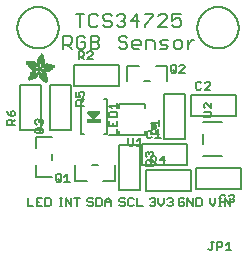
<source format=gbr>
G04 EAGLE Gerber RS-274X export*
G75*
%MOMM*%
%FSLAX34Y34*%
%LPD*%
%INSilkscreen Top*%
%IPPOS*%
%AMOC8*
5,1,8,0,0,1.08239X$1,22.5*%
G01*
%ADD10C,0.127000*%
%ADD11C,0.203200*%
%ADD12C,0.300000*%
%ADD13C,0.152400*%
%ADD14R,1.200000X0.300000*%
%ADD15R,0.034300X0.003800*%
%ADD16R,0.057200X0.003800*%
%ADD17R,0.076200X0.003800*%
%ADD18R,0.091400X0.003800*%
%ADD19R,0.102900X0.003800*%
%ADD20R,0.114300X0.003900*%
%ADD21R,0.129500X0.003800*%
%ADD22R,0.137200X0.003800*%
%ADD23R,0.144800X0.003800*%
%ADD24R,0.152400X0.003800*%
%ADD25R,0.160000X0.003800*%
%ADD26R,0.171500X0.003800*%
%ADD27R,0.175300X0.003800*%
%ADD28R,0.182900X0.003800*%
%ADD29R,0.190500X0.003800*%
%ADD30R,0.194300X0.003900*%
%ADD31R,0.201900X0.003800*%
%ADD32R,0.209500X0.003800*%
%ADD33R,0.213400X0.003800*%
%ADD34R,0.221000X0.003800*%
%ADD35R,0.224800X0.003800*%
%ADD36R,0.232400X0.003800*%
%ADD37R,0.240000X0.003800*%
%ADD38R,0.243800X0.003800*%
%ADD39R,0.247600X0.003800*%
%ADD40R,0.255300X0.003900*%
%ADD41R,0.259100X0.003800*%
%ADD42R,0.262900X0.003800*%
%ADD43R,0.270500X0.003800*%
%ADD44R,0.274300X0.003800*%
%ADD45R,0.281900X0.003800*%
%ADD46R,0.285700X0.003800*%
%ADD47R,0.289500X0.003800*%
%ADD48R,0.297200X0.003800*%
%ADD49R,0.301000X0.003800*%
%ADD50R,0.304800X0.003900*%
%ADD51R,0.312400X0.003800*%
%ADD52R,0.316200X0.003800*%
%ADD53R,0.320000X0.003800*%
%ADD54R,0.327600X0.003800*%
%ADD55R,0.331500X0.003800*%
%ADD56R,0.339100X0.003800*%
%ADD57R,0.342900X0.003800*%
%ADD58R,0.346700X0.003800*%
%ADD59R,0.354300X0.003800*%
%ADD60R,0.358100X0.003900*%
%ADD61R,0.361900X0.003800*%
%ADD62R,0.369600X0.003800*%
%ADD63R,0.373400X0.003800*%
%ADD64R,0.377200X0.003800*%
%ADD65R,0.384800X0.003800*%
%ADD66R,0.388600X0.003800*%
%ADD67R,0.396200X0.003800*%
%ADD68R,0.400000X0.003800*%
%ADD69R,0.403800X0.003800*%
%ADD70R,0.411500X0.003900*%
%ADD71R,0.415300X0.003800*%
%ADD72R,0.419100X0.003800*%
%ADD73R,0.045700X0.003800*%
%ADD74R,0.426700X0.003800*%
%ADD75R,0.072400X0.003800*%
%ADD76R,0.430500X0.003800*%
%ADD77R,0.095300X0.003800*%
%ADD78R,0.438100X0.003800*%
%ADD79R,0.110500X0.003800*%
%ADD80R,0.441900X0.003800*%
%ADD81R,0.445800X0.003800*%
%ADD82R,0.144700X0.003800*%
%ADD83R,0.453400X0.003800*%
%ADD84R,0.457200X0.003800*%
%ADD85R,0.175300X0.003900*%
%ADD86R,0.461000X0.003900*%
%ADD87R,0.468600X0.003800*%
%ADD88R,0.205800X0.003800*%
%ADD89R,0.472400X0.003800*%
%ADD90R,0.217200X0.003800*%
%ADD91R,0.476200X0.003800*%
%ADD92R,0.483900X0.003800*%
%ADD93R,0.247700X0.003800*%
%ADD94R,0.487700X0.003800*%
%ADD95R,0.495300X0.003800*%
%ADD96R,0.499100X0.003800*%
%ADD97R,0.502900X0.003800*%
%ADD98R,0.510500X0.003800*%
%ADD99R,0.308600X0.003900*%
%ADD100R,0.514300X0.003900*%
%ADD101R,0.323800X0.003800*%
%ADD102R,0.518100X0.003800*%
%ADD103R,0.335300X0.003800*%
%ADD104R,0.525800X0.003800*%
%ADD105R,0.529600X0.003800*%
%ADD106R,0.358100X0.003800*%
%ADD107R,0.533400X0.003800*%
%ADD108R,0.537200X0.003800*%
%ADD109R,0.381000X0.003800*%
%ADD110R,0.544800X0.003800*%
%ADD111R,0.392400X0.003800*%
%ADD112R,0.548600X0.003800*%
%ADD113R,0.552400X0.003800*%
%ADD114R,0.556200X0.003800*%
%ADD115R,0.422900X0.003900*%
%ADD116R,0.560100X0.003900*%
%ADD117R,0.434300X0.003800*%
%ADD118R,0.563900X0.003800*%
%ADD119R,0.567700X0.003800*%
%ADD120R,0.461000X0.003800*%
%ADD121R,0.571500X0.003800*%
%ADD122R,0.575300X0.003800*%
%ADD123R,0.480100X0.003800*%
%ADD124R,0.579100X0.003800*%
%ADD125R,0.491500X0.003800*%
%ADD126R,0.582900X0.003800*%
%ADD127R,0.586700X0.003800*%
%ADD128R,0.510600X0.003800*%
%ADD129R,0.590500X0.003800*%
%ADD130R,0.522000X0.003800*%
%ADD131R,0.594300X0.003800*%
%ADD132R,0.533400X0.003900*%
%ADD133R,0.598200X0.003900*%
%ADD134R,0.541000X0.003800*%
%ADD135R,0.602000X0.003800*%
%ADD136R,0.552500X0.003800*%
%ADD137R,0.605800X0.003800*%
%ADD138R,0.560100X0.003800*%
%ADD139R,0.609600X0.003800*%
%ADD140R,0.613400X0.003800*%
%ADD141R,0.583000X0.003800*%
%ADD142R,0.617200X0.003800*%
%ADD143R,0.594400X0.003800*%
%ADD144R,0.621000X0.003800*%
%ADD145R,0.598200X0.003800*%
%ADD146R,0.624800X0.003800*%
%ADD147R,0.613500X0.003900*%
%ADD148R,0.628600X0.003900*%
%ADD149R,0.632400X0.003800*%
%ADD150R,0.628600X0.003800*%
%ADD151R,0.636300X0.003800*%
%ADD152R,0.640100X0.003800*%
%ADD153R,0.636200X0.003800*%
%ADD154R,0.643900X0.003800*%
%ADD155R,0.647700X0.003800*%
%ADD156R,0.651500X0.003800*%
%ADD157R,0.659100X0.003800*%
%ADD158R,0.659100X0.003900*%
%ADD159R,0.655300X0.003900*%
%ADD160R,0.662900X0.003800*%
%ADD161R,0.655300X0.003800*%
%ADD162R,0.670500X0.003800*%
%ADD163R,0.670600X0.003800*%
%ADD164R,0.674400X0.003800*%
%ADD165R,0.682000X0.003800*%
%ADD166R,0.666700X0.003800*%
%ADD167R,0.685800X0.003800*%
%ADD168R,0.689600X0.003800*%
%ADD169R,0.693400X0.003900*%
%ADD170R,0.674400X0.003900*%
%ADD171R,0.697200X0.003800*%
%ADD172R,0.678200X0.003800*%
%ADD173R,0.697300X0.003800*%
%ADD174R,0.701100X0.003800*%
%ADD175R,0.704900X0.003800*%
%ADD176R,0.708700X0.003800*%
%ADD177R,0.712500X0.003800*%
%ADD178R,0.716300X0.003800*%
%ADD179R,0.720100X0.003900*%
%ADD180R,0.689600X0.003900*%
%ADD181R,0.720000X0.003800*%
%ADD182R,0.693400X0.003800*%
%ADD183R,0.723900X0.003800*%
%ADD184R,0.727700X0.003800*%
%ADD185R,0.731500X0.003800*%
%ADD186R,0.701000X0.003800*%
%ADD187R,0.735300X0.003800*%
%ADD188R,0.731500X0.003900*%
%ADD189R,0.701000X0.003900*%
%ADD190R,0.704800X0.003800*%
%ADD191R,0.739100X0.003800*%
%ADD192R,0.743000X0.003800*%
%ADD193R,0.739200X0.003800*%
%ADD194R,0.743000X0.003900*%
%ADD195R,0.704800X0.003900*%
%ADD196R,0.746800X0.003800*%
%ADD197R,0.746800X0.003900*%
%ADD198R,0.742900X0.003800*%
%ADD199R,0.746700X0.003800*%
%ADD200R,0.746700X0.003900*%
%ADD201R,1.428800X0.003800*%
%ADD202R,1.424900X0.003800*%
%ADD203R,1.421100X0.003900*%
%ADD204R,1.421100X0.003800*%
%ADD205R,1.417300X0.003800*%
%ADD206R,1.413500X0.003800*%
%ADD207R,1.409700X0.003800*%
%ADD208R,1.405900X0.003800*%
%ADD209R,1.402100X0.003800*%
%ADD210R,1.398300X0.003800*%
%ADD211R,0.983000X0.003900*%
%ADD212R,0.384800X0.003900*%
%ADD213R,0.971600X0.003800*%
%ADD214R,0.963900X0.003800*%
%ADD215R,0.956300X0.003800*%
%ADD216R,0.365800X0.003800*%
%ADD217R,0.952500X0.003800*%
%ADD218R,0.941000X0.003800*%
%ADD219R,0.358200X0.003800*%
%ADD220R,0.937200X0.003800*%
%ADD221R,0.933400X0.003800*%
%ADD222R,0.354400X0.003800*%
%ADD223R,0.925800X0.003800*%
%ADD224R,0.350500X0.003800*%
%ADD225R,0.922000X0.003800*%
%ADD226R,0.918200X0.003900*%
%ADD227R,0.346700X0.003900*%
%ADD228R,0.910600X0.003800*%
%ADD229R,0.906800X0.003800*%
%ADD230R,0.903000X0.003800*%
%ADD231R,0.339000X0.003800*%
%ADD232R,0.895300X0.003800*%
%ADD233R,0.335200X0.003800*%
%ADD234R,0.887700X0.003800*%
%ADD235R,0.883900X0.003800*%
%ADD236R,0.331400X0.003800*%
%ADD237R,0.880100X0.003800*%
%ADD238R,0.876300X0.003800*%
%ADD239R,0.468600X0.003900*%
%ADD240R,0.396200X0.003900*%
%ADD241R,0.323800X0.003900*%
%ADD242R,0.449600X0.003800*%
%ADD243R,0.323900X0.003800*%
%ADD244R,0.442000X0.003800*%
%ADD245R,0.434400X0.003800*%
%ADD246R,0.320100X0.003800*%
%ADD247R,0.316300X0.003800*%
%ADD248R,0.426800X0.003800*%
%ADD249R,0.327700X0.003800*%
%ADD250R,0.312500X0.003800*%
%ADD251R,0.422900X0.003800*%
%ADD252R,0.308600X0.003800*%
%ADD253R,0.293400X0.003800*%
%ADD254R,0.304800X0.003800*%
%ADD255R,0.419100X0.003900*%
%ADD256R,0.285700X0.003900*%
%ADD257R,0.301000X0.003900*%
%ADD258R,0.411500X0.003800*%
%ADD259R,0.407700X0.003800*%
%ADD260R,0.289600X0.003800*%
%ADD261R,0.285800X0.003800*%
%ADD262R,0.403900X0.003800*%
%ADD263R,0.228600X0.003800*%
%ADD264R,0.403900X0.003900*%
%ADD265R,0.221000X0.003900*%
%ADD266R,0.278100X0.003900*%
%ADD267R,0.400100X0.003800*%
%ADD268R,0.209600X0.003800*%
%ADD269R,0.266700X0.003800*%
%ADD270R,0.038100X0.003800*%
%ADD271R,0.194300X0.003800*%
%ADD272R,0.148600X0.003800*%
%ADD273R,0.259000X0.003800*%
%ADD274R,0.182800X0.003800*%
%ADD275R,0.186700X0.003800*%
%ADD276R,0.251400X0.003800*%
%ADD277R,0.179100X0.003800*%
%ADD278R,0.236200X0.003800*%
%ADD279R,0.243900X0.003900*%
%ADD280R,0.282000X0.003900*%
%ADD281R,0.167700X0.003800*%
%ADD282R,0.236300X0.003800*%
%ADD283R,0.396300X0.003800*%
%ADD284R,0.163900X0.003800*%
%ADD285R,0.392500X0.003800*%
%ADD286R,0.160100X0.003800*%
%ADD287R,0.586800X0.003800*%
%ADD288R,0.148500X0.003800*%
%ADD289R,0.140900X0.003800*%
%ADD290R,0.392400X0.003900*%
%ADD291R,0.140900X0.003900*%
%ADD292R,0.647700X0.003900*%
%ADD293R,0.133300X0.003800*%
%ADD294R,0.674300X0.003800*%
%ADD295R,0.388700X0.003800*%
%ADD296R,0.125700X0.003800*%
%ADD297R,0.121900X0.003800*%
%ADD298R,0.720100X0.003800*%
%ADD299R,0.118100X0.003800*%
%ADD300R,0.118100X0.003900*%
%ADD301R,0.739100X0.003900*%
%ADD302R,0.114300X0.003800*%
%ADD303R,0.754400X0.003800*%
%ADD304R,0.765800X0.003800*%
%ADD305R,0.773400X0.003800*%
%ADD306R,0.784800X0.003800*%
%ADD307R,0.118200X0.003800*%
%ADD308R,0.792500X0.003800*%
%ADD309R,0.803900X0.003800*%
%ADD310R,0.122000X0.003800*%
%ADD311R,0.815400X0.003800*%
%ADD312R,0.125800X0.003800*%
%ADD313R,0.826800X0.003800*%
%ADD314R,0.369500X0.003900*%
%ADD315R,0.133400X0.003900*%
%ADD316R,0.842000X0.003900*%
%ADD317R,0.365700X0.003800*%
%ADD318R,1.009700X0.003800*%
%ADD319R,1.013500X0.003800*%
%ADD320R,0.362000X0.003800*%
%ADD321R,1.024900X0.003800*%
%ADD322R,1.028700X0.003800*%
%ADD323R,1.036300X0.003800*%
%ADD324R,1.047800X0.003800*%
%ADD325R,1.055400X0.003800*%
%ADD326R,1.070600X0.003800*%
%ADD327R,0.030500X0.003800*%
%ADD328R,1.436400X0.003800*%
%ADD329R,1.562100X0.003900*%
%ADD330R,1.588700X0.003800*%
%ADD331R,1.607800X0.003800*%
%ADD332R,1.626900X0.003800*%
%ADD333R,1.642100X0.003800*%
%ADD334R,1.657400X0.003800*%
%ADD335R,1.676400X0.003800*%
%ADD336R,1.687800X0.003800*%
%ADD337R,1.703000X0.003800*%
%ADD338R,1.714500X0.003800*%
%ADD339R,1.726000X0.003900*%
%ADD340R,1.741200X0.003800*%
%ADD341R,0.914400X0.003800*%
%ADD342R,0.769600X0.003800*%
%ADD343R,0.884000X0.003800*%
%ADD344R,0.712400X0.003800*%
%ADD345R,0.880100X0.003900*%
%ADD346R,0.887800X0.003800*%
%ADD347R,0.891600X0.003800*%
%ADD348R,0.895400X0.003800*%
%ADD349R,0.251500X0.003800*%
%ADD350R,0.579200X0.003900*%
%ADD351R,0.243900X0.003800*%
%ADD352R,0.556300X0.003800*%
%ADD353R,0.255200X0.003800*%
%ADD354R,0.529500X0.003800*%
%ADD355R,0.731600X0.003800*%
%ADD356R,0.525800X0.003900*%
%ADD357R,0.281900X0.003900*%
%ADD358R,0.735400X0.003900*%
%ADD359R,0.300900X0.003800*%
%ADD360R,0.762000X0.003800*%
%ADD361R,0.518200X0.003800*%
%ADD362R,0.350600X0.003800*%
%ADD363R,0.796300X0.003800*%
%ADD364R,0.807800X0.003800*%
%ADD365R,0.506700X0.003800*%
%ADD366R,0.849600X0.003800*%
%ADD367R,0.506700X0.003900*%
%ADD368R,1.371600X0.003900*%
%ADD369R,1.207800X0.003800*%
%ADD370R,0.503000X0.003800*%
%ADD371R,0.141000X0.003800*%
%ADD372R,1.203900X0.003800*%
%ADD373R,1.204000X0.003800*%
%ADD374R,1.200200X0.003800*%
%ADD375R,0.499100X0.003900*%
%ADD376R,0.156200X0.003900*%
%ADD377R,1.196400X0.003900*%
%ADD378R,1.196400X0.003800*%
%ADD379R,0.163800X0.003800*%
%ADD380R,0.167600X0.003800*%
%ADD381R,1.192500X0.003800*%
%ADD382R,0.499200X0.003800*%
%ADD383R,1.188700X0.003800*%
%ADD384R,0.506800X0.003800*%
%ADD385R,1.184900X0.003800*%
%ADD386R,0.510600X0.003900*%
%ADD387R,0.209600X0.003900*%
%ADD388R,1.181100X0.003900*%
%ADD389R,0.514400X0.003800*%
%ADD390R,1.181100X0.003800*%
%ADD391R,1.177300X0.003800*%
%ADD392R,0.240100X0.003800*%
%ADD393R,1.173500X0.003800*%
%ADD394R,1.169700X0.003800*%
%ADD395R,1.165900X0.003800*%
%ADD396R,1.162100X0.003800*%
%ADD397R,0.929700X0.003900*%
%ADD398R,1.162100X0.003900*%
%ADD399R,0.929700X0.003800*%
%ADD400R,1.154500X0.003800*%
%ADD401R,0.933500X0.003800*%
%ADD402R,1.150600X0.003800*%
%ADD403R,0.937300X0.003800*%
%ADD404R,1.146800X0.003800*%
%ADD405R,0.941100X0.003800*%
%ADD406R,1.139200X0.003800*%
%ADD407R,0.944900X0.003800*%
%ADD408R,1.135400X0.003800*%
%ADD409R,0.948700X0.003800*%
%ADD410R,1.127800X0.003800*%
%ADD411R,1.124000X0.003800*%
%ADD412R,1.116400X0.003800*%
%ADD413R,0.956300X0.003900*%
%ADD414R,1.104900X0.003900*%
%ADD415R,0.960100X0.003800*%
%ADD416R,1.093500X0.003800*%
%ADD417R,1.085900X0.003800*%
%ADD418R,0.967800X0.003800*%
%ADD419R,1.074500X0.003800*%
%ADD420R,1.063000X0.003800*%
%ADD421R,0.975400X0.003800*%
%ADD422R,1.036400X0.003800*%
%ADD423R,0.979200X0.003800*%
%ADD424R,1.021000X0.003800*%
%ADD425R,0.983000X0.003800*%
%ADD426R,1.009600X0.003800*%
%ADD427R,0.986800X0.003800*%
%ADD428R,0.998200X0.003800*%
%ADD429R,0.990600X0.003900*%
%ADD430R,0.986700X0.003900*%
%ADD431R,0.994400X0.003800*%
%ADD432R,0.975300X0.003800*%
%ADD433R,0.948600X0.003800*%
%ADD434R,1.002000X0.003800*%
%ADD435R,0.213300X0.003800*%
%ADD436R,0.217100X0.003800*%
%ADD437R,1.017300X0.003800*%
%ADD438R,0.666800X0.003800*%
%ADD439R,0.220900X0.003800*%
%ADD440R,1.028700X0.003900*%
%ADD441R,0.224700X0.003900*%
%ADD442R,1.032500X0.003800*%
%ADD443R,1.040100X0.003800*%
%ADD444R,1.043900X0.003800*%
%ADD445R,0.548700X0.003800*%
%ADD446R,1.051500X0.003800*%
%ADD447R,1.055300X0.003800*%
%ADD448R,1.059100X0.003800*%
%ADD449R,1.062900X0.003800*%
%ADD450R,0.255300X0.003800*%
%ADD451R,1.066800X0.003900*%
%ADD452R,0.259100X0.003900*%
%ADD453R,0.457200X0.003900*%
%ADD454R,0.423000X0.003800*%
%ADD455R,1.082100X0.003800*%
%ADD456R,0.274400X0.003800*%
%ADD457R,0.278200X0.003800*%
%ADD458R,1.101100X0.003800*%
%ADD459R,0.278100X0.003800*%
%ADD460R,0.876300X0.003900*%
%ADD461R,0.236200X0.003900*%
%ADD462R,0.289600X0.003900*%
%ADD463R,0.247700X0.003900*%
%ADD464R,0.049500X0.003800*%
%ADD465R,0.640100X0.003900*%
%ADD466R,0.659200X0.003800*%
%ADD467R,0.663000X0.003800*%
%ADD468R,0.872500X0.003900*%
%ADD469R,0.666800X0.003900*%
%ADD470R,0.872500X0.003800*%
%ADD471R,0.868700X0.003800*%
%ADD472R,0.864900X0.003800*%
%ADD473R,0.861100X0.003800*%
%ADD474R,0.857300X0.003800*%
%ADD475R,0.853400X0.003800*%
%ADD476R,0.845800X0.003800*%
%ADD477R,0.682000X0.003900*%
%ADD478R,0.842000X0.003800*%
%ADD479R,0.834400X0.003800*%
%ADD480R,0.823000X0.003800*%
%ADD481R,0.815300X0.003800*%
%ADD482R,0.811500X0.003800*%
%ADD483R,0.788700X0.003800*%
%ADD484R,0.777300X0.003900*%
%ADD485R,0.750600X0.003800*%
%ADD486R,0.735400X0.003800*%
%ADD487R,0.727800X0.003800*%
%ADD488R,0.628700X0.003800*%
%ADD489R,0.575400X0.003800*%
%ADD490R,0.670600X0.003900*%
%ADD491R,0.655400X0.003800*%
%ADD492R,0.651500X0.003900*%
%ADD493R,0.624800X0.003900*%
%ADD494R,0.594400X0.003900*%
%ADD495R,0.563900X0.003900*%
%ADD496R,0.541100X0.003800*%
%ADD497R,0.537300X0.003800*%
%ADD498R,0.525700X0.003800*%
%ADD499R,0.525700X0.003900*%
%ADD500R,0.514300X0.003800*%
%ADD501R,0.480100X0.003900*%
%ADD502R,0.464800X0.003800*%
%ADD503R,0.442000X0.003900*%
%ADD504R,0.438200X0.003800*%
%ADD505R,0.430600X0.003800*%
%ADD506R,0.407600X0.003800*%
%ADD507R,0.403800X0.003900*%
%ADD508R,0.365700X0.003900*%
%ADD509R,0.327700X0.003900*%
%ADD510R,0.243800X0.003900*%
%ADD511R,0.205800X0.003900*%
%ADD512R,0.198100X0.003800*%
%ADD513R,0.163800X0.003900*%
%ADD514R,0.137100X0.003800*%
%ADD515R,0.091500X0.003900*%
%ADD516R,0.060900X0.003800*%

G36*
X72449Y99322D02*
X72449Y99322D01*
X72465Y99321D01*
X72570Y99346D01*
X72675Y99367D01*
X72689Y99374D01*
X72704Y99378D01*
X72795Y99435D01*
X72889Y99488D01*
X72902Y99502D01*
X72913Y99508D01*
X72932Y99531D01*
X73007Y99608D01*
X77817Y105688D01*
X77830Y105712D01*
X77850Y105732D01*
X77890Y105819D01*
X77936Y105903D01*
X77941Y105930D01*
X77953Y105955D01*
X77964Y106050D01*
X77981Y106145D01*
X77977Y106172D01*
X77980Y106199D01*
X77960Y106293D01*
X77946Y106388D01*
X77934Y106413D01*
X77928Y106440D01*
X77879Y106522D01*
X77836Y106608D01*
X77816Y106627D01*
X77802Y106651D01*
X77729Y106713D01*
X77661Y106781D01*
X77636Y106793D01*
X77615Y106811D01*
X77526Y106847D01*
X77440Y106889D01*
X77412Y106892D01*
X77387Y106903D01*
X77220Y106921D01*
X67600Y106921D01*
X67573Y106917D01*
X67545Y106919D01*
X67452Y106897D01*
X67357Y106882D01*
X67333Y106869D01*
X67306Y106862D01*
X67224Y106811D01*
X67140Y106766D01*
X67121Y106746D01*
X67097Y106732D01*
X67037Y106658D01*
X66971Y106588D01*
X66959Y106563D01*
X66941Y106542D01*
X66907Y106452D01*
X66867Y106365D01*
X66864Y106338D01*
X66854Y106312D01*
X66850Y106216D01*
X66840Y106121D01*
X66846Y106094D01*
X66845Y106066D01*
X66872Y105974D01*
X66892Y105880D01*
X66906Y105856D01*
X66914Y105830D01*
X67003Y105688D01*
X71813Y99608D01*
X71893Y99535D01*
X71969Y99459D01*
X71983Y99453D01*
X71995Y99442D01*
X72094Y99398D01*
X72190Y99351D01*
X72206Y99349D01*
X72220Y99343D01*
X72327Y99333D01*
X72434Y99319D01*
X72449Y99322D01*
G37*
D10*
X170965Y33689D02*
X170965Y29113D01*
X173253Y26825D01*
X175541Y29113D01*
X175541Y33689D01*
X178449Y26825D02*
X180737Y26825D01*
X179593Y26825D02*
X179593Y33689D01*
X178449Y33689D02*
X180737Y33689D01*
X183439Y33689D02*
X183439Y26825D01*
X188015Y26825D02*
X183439Y33689D01*
X188015Y33689D02*
X188015Y26825D01*
X120979Y33689D02*
X119835Y32545D01*
X120979Y33689D02*
X123267Y33689D01*
X124411Y32545D01*
X124411Y31401D01*
X123267Y30257D01*
X122123Y30257D01*
X123267Y30257D02*
X124411Y29113D01*
X124411Y27969D01*
X123267Y26825D01*
X120979Y26825D01*
X119835Y27969D01*
X127319Y29113D02*
X127319Y33689D01*
X127319Y29113D02*
X129607Y26825D01*
X131895Y29113D01*
X131895Y33689D01*
X134803Y32545D02*
X135947Y33689D01*
X138235Y33689D01*
X139379Y32545D01*
X139379Y31401D01*
X138235Y30257D01*
X137091Y30257D01*
X138235Y30257D02*
X139379Y29113D01*
X139379Y27969D01*
X138235Y26825D01*
X135947Y26825D01*
X134803Y27969D01*
X147797Y33689D02*
X148941Y32545D01*
X147797Y33689D02*
X145509Y33689D01*
X144365Y32545D01*
X144365Y27969D01*
X145509Y26825D01*
X147797Y26825D01*
X148941Y27969D01*
X148941Y30257D01*
X146653Y30257D01*
X151849Y26825D02*
X151849Y33689D01*
X156425Y26825D01*
X156425Y33689D01*
X159333Y33689D02*
X159333Y26825D01*
X162765Y26825D01*
X163909Y27969D01*
X163909Y32545D01*
X162765Y33689D01*
X159333Y33689D01*
X71871Y32545D02*
X70727Y33689D01*
X68439Y33689D01*
X67295Y32545D01*
X67295Y31401D01*
X68439Y30257D01*
X70727Y30257D01*
X71871Y29113D01*
X71871Y27969D01*
X70727Y26825D01*
X68439Y26825D01*
X67295Y27969D01*
X74779Y26825D02*
X74779Y33689D01*
X74779Y26825D02*
X78211Y26825D01*
X79355Y27969D01*
X79355Y32545D01*
X78211Y33689D01*
X74779Y33689D01*
X82263Y31401D02*
X82263Y26825D01*
X82263Y31401D02*
X84551Y33689D01*
X86839Y31401D01*
X86839Y26825D01*
X86839Y30257D02*
X82263Y30257D01*
X97797Y33689D02*
X98941Y32545D01*
X97797Y33689D02*
X95509Y33689D01*
X94365Y32545D01*
X94365Y31401D01*
X95509Y30257D01*
X97797Y30257D01*
X98941Y29113D01*
X98941Y27969D01*
X97797Y26825D01*
X95509Y26825D01*
X94365Y27969D01*
X105281Y33689D02*
X106425Y32545D01*
X105281Y33689D02*
X102993Y33689D01*
X101849Y32545D01*
X101849Y27969D01*
X102993Y26825D01*
X105281Y26825D01*
X106425Y27969D01*
X109333Y26825D02*
X109333Y33689D01*
X109333Y26825D02*
X113909Y26825D01*
X45983Y26825D02*
X43695Y26825D01*
X44839Y26825D02*
X44839Y33689D01*
X43695Y33689D02*
X45983Y33689D01*
X48684Y33689D02*
X48684Y26825D01*
X53260Y26825D02*
X48684Y33689D01*
X53260Y33689D02*
X53260Y26825D01*
X58457Y26825D02*
X58457Y33689D01*
X56169Y33689D02*
X60745Y33689D01*
X16695Y33689D02*
X16695Y26825D01*
X21271Y26825D01*
X24179Y33689D02*
X28755Y33689D01*
X24179Y33689D02*
X24179Y26825D01*
X28755Y26825D01*
X26467Y30257D02*
X24179Y30257D01*
X31663Y33689D02*
X31663Y26825D01*
X35095Y26825D01*
X36239Y27969D01*
X36239Y32545D01*
X35095Y33689D01*
X31663Y33689D01*
D11*
X60765Y178476D02*
X60765Y189153D01*
X57206Y189153D02*
X64324Y189153D01*
X74239Y189153D02*
X76018Y187374D01*
X74239Y189153D02*
X70679Y189153D01*
X68900Y187374D01*
X68900Y180256D01*
X70679Y178476D01*
X74239Y178476D01*
X76018Y180256D01*
X85933Y189153D02*
X87712Y187374D01*
X85933Y189153D02*
X82373Y189153D01*
X80594Y187374D01*
X80594Y185594D01*
X82373Y183815D01*
X85933Y183815D01*
X87712Y182035D01*
X87712Y180256D01*
X85933Y178476D01*
X82373Y178476D01*
X80594Y180256D01*
X92288Y187374D02*
X94067Y189153D01*
X97626Y189153D01*
X99406Y187374D01*
X99406Y185594D01*
X97626Y183815D01*
X95847Y183815D01*
X97626Y183815D02*
X99406Y182035D01*
X99406Y180256D01*
X97626Y178476D01*
X94067Y178476D01*
X92288Y180256D01*
X109320Y178476D02*
X109320Y189153D01*
X103982Y183815D01*
X111100Y183815D01*
X115676Y189153D02*
X122794Y189153D01*
X122794Y187374D01*
X115676Y180256D01*
X115676Y178476D01*
X127370Y178476D02*
X134488Y178476D01*
X127370Y178476D02*
X134488Y185594D01*
X134488Y187374D01*
X132708Y189153D01*
X129149Y189153D01*
X127370Y187374D01*
X139064Y189153D02*
X146182Y189153D01*
X139064Y189153D02*
X139064Y183815D01*
X142623Y185594D01*
X144402Y185594D01*
X146182Y183815D01*
X146182Y180256D01*
X144402Y178476D01*
X140843Y178476D01*
X139064Y180256D01*
X46776Y170613D02*
X46776Y159936D01*
X46776Y170613D02*
X52115Y170613D01*
X53894Y168834D01*
X53894Y165275D01*
X52115Y163495D01*
X46776Y163495D01*
X50335Y163495D02*
X53894Y159936D01*
X63809Y170613D02*
X65588Y168834D01*
X63809Y170613D02*
X60249Y170613D01*
X58470Y168834D01*
X58470Y161716D01*
X60249Y159936D01*
X63809Y159936D01*
X65588Y161716D01*
X65588Y165275D01*
X62029Y165275D01*
X70164Y170613D02*
X70164Y159936D01*
X70164Y170613D02*
X75503Y170613D01*
X77282Y168834D01*
X77282Y167054D01*
X75503Y165275D01*
X77282Y163495D01*
X77282Y161716D01*
X75503Y159936D01*
X70164Y159936D01*
X70164Y165275D02*
X75503Y165275D01*
X98890Y170613D02*
X100670Y168834D01*
X98890Y170613D02*
X95331Y170613D01*
X93552Y168834D01*
X93552Y167054D01*
X95331Y165275D01*
X98890Y165275D01*
X100670Y163495D01*
X100670Y161716D01*
X98890Y159936D01*
X95331Y159936D01*
X93552Y161716D01*
X107025Y159936D02*
X110584Y159936D01*
X107025Y159936D02*
X105246Y161716D01*
X105246Y165275D01*
X107025Y167054D01*
X110584Y167054D01*
X112364Y165275D01*
X112364Y163495D01*
X105246Y163495D01*
X116940Y159936D02*
X116940Y167054D01*
X122278Y167054D01*
X124058Y165275D01*
X124058Y159936D01*
X128634Y159936D02*
X133972Y159936D01*
X135752Y161716D01*
X133972Y163495D01*
X130413Y163495D01*
X128634Y165275D01*
X130413Y167054D01*
X135752Y167054D01*
X142107Y159936D02*
X145666Y159936D01*
X147446Y161716D01*
X147446Y165275D01*
X145666Y167054D01*
X142107Y167054D01*
X140328Y165275D01*
X140328Y161716D01*
X142107Y159936D01*
X152022Y159936D02*
X152022Y167054D01*
X152022Y163495D02*
X155581Y167054D01*
X157360Y167054D01*
D10*
X115600Y90000D02*
X115600Y87000D01*
X93600Y87000D01*
X93600Y90000D01*
X115600Y110000D02*
X115600Y113000D01*
X93600Y113000D01*
X93600Y110000D01*
D12*
X122600Y93500D02*
X122602Y93563D01*
X122608Y93625D01*
X122618Y93687D01*
X122631Y93749D01*
X122649Y93809D01*
X122670Y93868D01*
X122695Y93926D01*
X122724Y93982D01*
X122756Y94036D01*
X122791Y94088D01*
X122829Y94137D01*
X122871Y94185D01*
X122915Y94229D01*
X122963Y94271D01*
X123012Y94309D01*
X123064Y94344D01*
X123118Y94376D01*
X123174Y94405D01*
X123232Y94430D01*
X123291Y94451D01*
X123351Y94469D01*
X123413Y94482D01*
X123475Y94492D01*
X123537Y94498D01*
X123600Y94500D01*
X123663Y94498D01*
X123725Y94492D01*
X123787Y94482D01*
X123849Y94469D01*
X123909Y94451D01*
X123968Y94430D01*
X124026Y94405D01*
X124082Y94376D01*
X124136Y94344D01*
X124188Y94309D01*
X124237Y94271D01*
X124285Y94229D01*
X124329Y94185D01*
X124371Y94137D01*
X124409Y94088D01*
X124444Y94036D01*
X124476Y93982D01*
X124505Y93926D01*
X124530Y93868D01*
X124551Y93809D01*
X124569Y93749D01*
X124582Y93687D01*
X124592Y93625D01*
X124598Y93563D01*
X124600Y93500D01*
X124598Y93437D01*
X124592Y93375D01*
X124582Y93313D01*
X124569Y93251D01*
X124551Y93191D01*
X124530Y93132D01*
X124505Y93074D01*
X124476Y93018D01*
X124444Y92964D01*
X124409Y92912D01*
X124371Y92863D01*
X124329Y92815D01*
X124285Y92771D01*
X124237Y92729D01*
X124188Y92691D01*
X124136Y92656D01*
X124082Y92624D01*
X124026Y92595D01*
X123968Y92570D01*
X123909Y92549D01*
X123849Y92531D01*
X123787Y92518D01*
X123725Y92508D01*
X123663Y92502D01*
X123600Y92500D01*
X123537Y92502D01*
X123475Y92508D01*
X123413Y92518D01*
X123351Y92531D01*
X123291Y92549D01*
X123232Y92570D01*
X123174Y92595D01*
X123118Y92624D01*
X123064Y92656D01*
X123012Y92691D01*
X122963Y92729D01*
X122915Y92771D01*
X122871Y92815D01*
X122829Y92863D01*
X122791Y92912D01*
X122756Y92964D01*
X122724Y93018D01*
X122695Y93074D01*
X122670Y93132D01*
X122649Y93191D01*
X122631Y93251D01*
X122618Y93313D01*
X122608Y93375D01*
X122602Y93437D01*
X122600Y93500D01*
D13*
X101824Y84044D02*
X101824Y78536D01*
X102925Y77434D01*
X105129Y77434D01*
X106230Y78536D01*
X106230Y84044D01*
X109308Y81840D02*
X111511Y84044D01*
X111511Y77434D01*
X109308Y77434D02*
X113714Y77434D01*
D11*
X113370Y79390D02*
X151470Y79390D01*
X151470Y61610D01*
X113370Y61610D01*
X113370Y79390D01*
D13*
X121713Y89470D02*
X120612Y90572D01*
X118409Y90572D01*
X117307Y89470D01*
X117307Y85064D01*
X118409Y83962D01*
X120612Y83962D01*
X121713Y85064D01*
X124791Y88368D02*
X126994Y90572D01*
X126994Y83962D01*
X124791Y83962D02*
X129198Y83962D01*
D11*
X132410Y83480D02*
X132410Y121580D01*
X150190Y121580D01*
X150190Y83480D01*
X132410Y83480D01*
D13*
X127838Y87417D02*
X121228Y87417D01*
X121228Y90722D01*
X122330Y91823D01*
X124533Y91823D01*
X125635Y90722D01*
X125635Y87417D01*
X125635Y89620D02*
X127838Y91823D01*
X123432Y94901D02*
X121228Y97104D01*
X127838Y97104D01*
X127838Y94901D02*
X127838Y99308D01*
D11*
X93910Y146460D02*
X55810Y146460D01*
X93910Y146460D02*
X93910Y128680D01*
X55810Y128680D01*
X55810Y146460D01*
D13*
X59747Y151032D02*
X59747Y157642D01*
X63052Y157642D01*
X64153Y156540D01*
X64153Y154337D01*
X63052Y153235D01*
X59747Y153235D01*
X61950Y153235D02*
X64153Y151032D01*
X67231Y151032D02*
X71638Y151032D01*
X71638Y155438D02*
X67231Y151032D01*
X71638Y155438D02*
X71638Y156540D01*
X70536Y157642D01*
X68333Y157642D01*
X67231Y156540D01*
D11*
X90314Y61204D02*
X90314Y48076D01*
X80726Y48076D01*
X56866Y48076D02*
X56866Y61204D01*
X56866Y48076D02*
X66454Y48076D01*
X71366Y61284D02*
X75954Y61284D01*
D13*
X40334Y52822D02*
X40334Y48416D01*
X40334Y52822D02*
X41435Y53924D01*
X43639Y53924D01*
X44740Y52822D01*
X44740Y48416D01*
X43639Y47314D01*
X41435Y47314D01*
X40334Y48416D01*
X42537Y49517D02*
X44740Y47314D01*
X47818Y51720D02*
X50021Y53924D01*
X50021Y47314D01*
X47818Y47314D02*
X52224Y47314D01*
D11*
X101116Y132476D02*
X101116Y145604D01*
X110704Y145604D01*
X134564Y145604D02*
X134564Y132476D01*
X134564Y145604D02*
X124976Y145604D01*
X120064Y132396D02*
X115476Y132396D01*
D13*
X137652Y140864D02*
X137652Y145270D01*
X138754Y146372D01*
X140957Y146372D01*
X142058Y145270D01*
X142058Y140864D01*
X140957Y139762D01*
X138754Y139762D01*
X137652Y140864D01*
X139855Y141965D02*
X142058Y139762D01*
X145136Y139762D02*
X149543Y139762D01*
X149543Y144168D02*
X145136Y139762D01*
X149543Y144168D02*
X149543Y145270D01*
X148441Y146372D01*
X146238Y146372D01*
X145136Y145270D01*
D11*
X111910Y78360D02*
X111910Y40260D01*
X94130Y40260D01*
X94130Y78360D01*
X111910Y78360D01*
D13*
X116476Y60979D02*
X123086Y60979D01*
X116476Y60979D02*
X116476Y64284D01*
X117578Y65385D01*
X119781Y65385D01*
X120883Y64284D01*
X120883Y60979D01*
X120883Y63182D02*
X123086Y65385D01*
X117578Y68463D02*
X116476Y69564D01*
X116476Y71768D01*
X117578Y72869D01*
X118680Y72869D01*
X119781Y71768D01*
X119781Y70666D01*
X119781Y71768D02*
X120883Y72869D01*
X121984Y72869D01*
X123086Y71768D01*
X123086Y69564D01*
X121984Y68463D01*
D11*
X117220Y57620D02*
X155320Y57620D01*
X155320Y39840D01*
X117220Y39840D01*
X117220Y57620D01*
D13*
X121157Y62192D02*
X121157Y68802D01*
X124462Y68802D01*
X125563Y67700D01*
X125563Y65497D01*
X124462Y64395D01*
X121157Y64395D01*
X123360Y64395D02*
X125563Y62192D01*
X131946Y62192D02*
X131946Y68802D01*
X128641Y65497D01*
X133048Y65497D01*
D11*
X164930Y68910D02*
X180930Y68910D01*
X180930Y97910D02*
X164930Y97910D01*
X164930Y87910D02*
X164930Y78910D01*
D13*
X165558Y101952D02*
X171066Y101952D01*
X172168Y103054D01*
X172168Y105257D01*
X171066Y106358D01*
X165558Y106358D01*
X172168Y109436D02*
X172168Y113843D01*
X167762Y113843D02*
X172168Y109436D01*
X167762Y113843D02*
X166660Y113843D01*
X165558Y112741D01*
X165558Y110538D01*
X166660Y109436D01*
D11*
X158960Y41020D02*
X197060Y41020D01*
X158960Y41020D02*
X158960Y58800D01*
X197060Y58800D01*
X197060Y41020D01*
D13*
X184085Y35352D02*
X182984Y36454D01*
X180780Y36454D01*
X179679Y35352D01*
X179679Y30946D01*
X180780Y29844D01*
X182984Y29844D01*
X184085Y30946D01*
X187163Y35352D02*
X188264Y36454D01*
X190468Y36454D01*
X191569Y35352D01*
X191569Y34250D01*
X190468Y33149D01*
X189366Y33149D01*
X190468Y33149D02*
X191569Y32047D01*
X191569Y30946D01*
X190468Y29844D01*
X188264Y29844D01*
X187163Y30946D01*
D10*
X83410Y117120D02*
X80910Y117120D01*
X83410Y117120D02*
X83410Y88120D01*
X81410Y88120D01*
X80910Y88120D01*
X63910Y117120D02*
X61410Y117120D01*
X61410Y88120D01*
X63910Y88120D01*
D14*
X72410Y99120D03*
D13*
X85666Y87195D02*
X92276Y87195D01*
X92276Y91602D01*
X85666Y94680D02*
X85666Y99086D01*
X85666Y94680D02*
X92276Y94680D01*
X92276Y99086D01*
X88971Y96883D02*
X88971Y94680D01*
X85666Y102164D02*
X92276Y102164D01*
X92276Y105469D01*
X91174Y106570D01*
X86768Y106570D01*
X85666Y105469D01*
X85666Y102164D01*
X87870Y109648D02*
X85666Y111851D01*
X92276Y111851D01*
X92276Y109648D02*
X92276Y114054D01*
D11*
X53040Y129200D02*
X53040Y91100D01*
X35260Y91100D01*
X35260Y129200D01*
X53040Y129200D01*
D13*
X57606Y111819D02*
X64216Y111819D01*
X57606Y111819D02*
X57606Y115124D01*
X58708Y116225D01*
X60911Y116225D01*
X62013Y115124D01*
X62013Y111819D01*
X62013Y114022D02*
X64216Y116225D01*
X57606Y119303D02*
X57606Y123709D01*
X57606Y119303D02*
X60911Y119303D01*
X59810Y121506D01*
X59810Y122608D01*
X60911Y123709D01*
X63114Y123709D01*
X64216Y122608D01*
X64216Y120404D01*
X63114Y119303D01*
D11*
X155280Y120660D02*
X193380Y120660D01*
X193380Y102880D01*
X155280Y102880D01*
X155280Y120660D01*
D13*
X163623Y130740D02*
X162522Y131842D01*
X160319Y131842D01*
X159217Y130740D01*
X159217Y126334D01*
X160319Y125232D01*
X162522Y125232D01*
X163623Y126334D01*
X166701Y125232D02*
X171108Y125232D01*
X171108Y129638D02*
X166701Y125232D01*
X171108Y129638D02*
X171108Y130740D01*
X170006Y131842D01*
X167803Y131842D01*
X166701Y130740D01*
D11*
X36934Y51696D02*
X23806Y51696D01*
X23806Y61284D01*
X23806Y85144D02*
X36934Y85144D01*
X23806Y85144D02*
X23806Y75556D01*
X37014Y70644D02*
X37014Y66056D01*
D13*
X28546Y88232D02*
X24140Y88232D01*
X23038Y89334D01*
X23038Y91537D01*
X24140Y92638D01*
X28546Y92638D01*
X29648Y91537D01*
X29648Y89334D01*
X28546Y88232D01*
X27445Y90435D02*
X29648Y92638D01*
X24140Y95716D02*
X23038Y96818D01*
X23038Y99021D01*
X24140Y100123D01*
X25242Y100123D01*
X26343Y99021D01*
X26343Y97919D01*
X26343Y99021D02*
X27445Y100123D01*
X28546Y100123D01*
X29648Y99021D01*
X29648Y96818D01*
X28546Y95716D01*
D11*
X7900Y177800D02*
X7905Y178229D01*
X7921Y178659D01*
X7947Y179087D01*
X7984Y179515D01*
X8032Y179942D01*
X8089Y180368D01*
X8158Y180792D01*
X8236Y181214D01*
X8325Y181634D01*
X8424Y182052D01*
X8534Y182467D01*
X8654Y182880D01*
X8783Y183289D01*
X8923Y183696D01*
X9073Y184098D01*
X9232Y184497D01*
X9401Y184892D01*
X9580Y185282D01*
X9769Y185668D01*
X9966Y186049D01*
X10173Y186426D01*
X10390Y186797D01*
X10615Y187162D01*
X10849Y187522D01*
X11092Y187877D01*
X11344Y188225D01*
X11604Y188567D01*
X11872Y188902D01*
X12149Y189231D01*
X12433Y189552D01*
X12726Y189867D01*
X13026Y190174D01*
X13333Y190474D01*
X13648Y190767D01*
X13969Y191051D01*
X14298Y191328D01*
X14633Y191596D01*
X14975Y191856D01*
X15323Y192108D01*
X15678Y192351D01*
X16038Y192585D01*
X16403Y192810D01*
X16774Y193027D01*
X17151Y193234D01*
X17532Y193431D01*
X17918Y193620D01*
X18308Y193799D01*
X18703Y193968D01*
X19102Y194127D01*
X19504Y194277D01*
X19911Y194417D01*
X20320Y194546D01*
X20733Y194666D01*
X21148Y194776D01*
X21566Y194875D01*
X21986Y194964D01*
X22408Y195042D01*
X22832Y195111D01*
X23258Y195168D01*
X23685Y195216D01*
X24113Y195253D01*
X24541Y195279D01*
X24971Y195295D01*
X25400Y195300D01*
X25829Y195295D01*
X26259Y195279D01*
X26687Y195253D01*
X27115Y195216D01*
X27542Y195168D01*
X27968Y195111D01*
X28392Y195042D01*
X28814Y194964D01*
X29234Y194875D01*
X29652Y194776D01*
X30067Y194666D01*
X30480Y194546D01*
X30889Y194417D01*
X31296Y194277D01*
X31698Y194127D01*
X32097Y193968D01*
X32492Y193799D01*
X32882Y193620D01*
X33268Y193431D01*
X33649Y193234D01*
X34026Y193027D01*
X34397Y192810D01*
X34762Y192585D01*
X35122Y192351D01*
X35477Y192108D01*
X35825Y191856D01*
X36167Y191596D01*
X36502Y191328D01*
X36831Y191051D01*
X37152Y190767D01*
X37467Y190474D01*
X37774Y190174D01*
X38074Y189867D01*
X38367Y189552D01*
X38651Y189231D01*
X38928Y188902D01*
X39196Y188567D01*
X39456Y188225D01*
X39708Y187877D01*
X39951Y187522D01*
X40185Y187162D01*
X40410Y186797D01*
X40627Y186426D01*
X40834Y186049D01*
X41031Y185668D01*
X41220Y185282D01*
X41399Y184892D01*
X41568Y184497D01*
X41727Y184098D01*
X41877Y183696D01*
X42017Y183289D01*
X42146Y182880D01*
X42266Y182467D01*
X42376Y182052D01*
X42475Y181634D01*
X42564Y181214D01*
X42642Y180792D01*
X42711Y180368D01*
X42768Y179942D01*
X42816Y179515D01*
X42853Y179087D01*
X42879Y178659D01*
X42895Y178229D01*
X42900Y177800D01*
X42895Y177371D01*
X42879Y176941D01*
X42853Y176513D01*
X42816Y176085D01*
X42768Y175658D01*
X42711Y175232D01*
X42642Y174808D01*
X42564Y174386D01*
X42475Y173966D01*
X42376Y173548D01*
X42266Y173133D01*
X42146Y172720D01*
X42017Y172311D01*
X41877Y171904D01*
X41727Y171502D01*
X41568Y171103D01*
X41399Y170708D01*
X41220Y170318D01*
X41031Y169932D01*
X40834Y169551D01*
X40627Y169174D01*
X40410Y168803D01*
X40185Y168438D01*
X39951Y168078D01*
X39708Y167723D01*
X39456Y167375D01*
X39196Y167033D01*
X38928Y166698D01*
X38651Y166369D01*
X38367Y166048D01*
X38074Y165733D01*
X37774Y165426D01*
X37467Y165126D01*
X37152Y164833D01*
X36831Y164549D01*
X36502Y164272D01*
X36167Y164004D01*
X35825Y163744D01*
X35477Y163492D01*
X35122Y163249D01*
X34762Y163015D01*
X34397Y162790D01*
X34026Y162573D01*
X33649Y162366D01*
X33268Y162169D01*
X32882Y161980D01*
X32492Y161801D01*
X32097Y161632D01*
X31698Y161473D01*
X31296Y161323D01*
X30889Y161183D01*
X30480Y161054D01*
X30067Y160934D01*
X29652Y160824D01*
X29234Y160725D01*
X28814Y160636D01*
X28392Y160558D01*
X27968Y160489D01*
X27542Y160432D01*
X27115Y160384D01*
X26687Y160347D01*
X26259Y160321D01*
X25829Y160305D01*
X25400Y160300D01*
X24971Y160305D01*
X24541Y160321D01*
X24113Y160347D01*
X23685Y160384D01*
X23258Y160432D01*
X22832Y160489D01*
X22408Y160558D01*
X21986Y160636D01*
X21566Y160725D01*
X21148Y160824D01*
X20733Y160934D01*
X20320Y161054D01*
X19911Y161183D01*
X19504Y161323D01*
X19102Y161473D01*
X18703Y161632D01*
X18308Y161801D01*
X17918Y161980D01*
X17532Y162169D01*
X17151Y162366D01*
X16774Y162573D01*
X16403Y162790D01*
X16038Y163015D01*
X15678Y163249D01*
X15323Y163492D01*
X14975Y163744D01*
X14633Y164004D01*
X14298Y164272D01*
X13969Y164549D01*
X13648Y164833D01*
X13333Y165126D01*
X13026Y165426D01*
X12726Y165733D01*
X12433Y166048D01*
X12149Y166369D01*
X11872Y166698D01*
X11604Y167033D01*
X11344Y167375D01*
X11092Y167723D01*
X10849Y168078D01*
X10615Y168438D01*
X10390Y168803D01*
X10173Y169174D01*
X9966Y169551D01*
X9769Y169932D01*
X9580Y170318D01*
X9401Y170708D01*
X9232Y171103D01*
X9073Y171502D01*
X8923Y171904D01*
X8783Y172311D01*
X8654Y172720D01*
X8534Y173133D01*
X8424Y173548D01*
X8325Y173966D01*
X8236Y174386D01*
X8158Y174808D01*
X8089Y175232D01*
X8032Y175658D01*
X7984Y176085D01*
X7947Y176513D01*
X7921Y176941D01*
X7905Y177371D01*
X7900Y177800D01*
X160300Y177800D02*
X160305Y178229D01*
X160321Y178659D01*
X160347Y179087D01*
X160384Y179515D01*
X160432Y179942D01*
X160489Y180368D01*
X160558Y180792D01*
X160636Y181214D01*
X160725Y181634D01*
X160824Y182052D01*
X160934Y182467D01*
X161054Y182880D01*
X161183Y183289D01*
X161323Y183696D01*
X161473Y184098D01*
X161632Y184497D01*
X161801Y184892D01*
X161980Y185282D01*
X162169Y185668D01*
X162366Y186049D01*
X162573Y186426D01*
X162790Y186797D01*
X163015Y187162D01*
X163249Y187522D01*
X163492Y187877D01*
X163744Y188225D01*
X164004Y188567D01*
X164272Y188902D01*
X164549Y189231D01*
X164833Y189552D01*
X165126Y189867D01*
X165426Y190174D01*
X165733Y190474D01*
X166048Y190767D01*
X166369Y191051D01*
X166698Y191328D01*
X167033Y191596D01*
X167375Y191856D01*
X167723Y192108D01*
X168078Y192351D01*
X168438Y192585D01*
X168803Y192810D01*
X169174Y193027D01*
X169551Y193234D01*
X169932Y193431D01*
X170318Y193620D01*
X170708Y193799D01*
X171103Y193968D01*
X171502Y194127D01*
X171904Y194277D01*
X172311Y194417D01*
X172720Y194546D01*
X173133Y194666D01*
X173548Y194776D01*
X173966Y194875D01*
X174386Y194964D01*
X174808Y195042D01*
X175232Y195111D01*
X175658Y195168D01*
X176085Y195216D01*
X176513Y195253D01*
X176941Y195279D01*
X177371Y195295D01*
X177800Y195300D01*
X178229Y195295D01*
X178659Y195279D01*
X179087Y195253D01*
X179515Y195216D01*
X179942Y195168D01*
X180368Y195111D01*
X180792Y195042D01*
X181214Y194964D01*
X181634Y194875D01*
X182052Y194776D01*
X182467Y194666D01*
X182880Y194546D01*
X183289Y194417D01*
X183696Y194277D01*
X184098Y194127D01*
X184497Y193968D01*
X184892Y193799D01*
X185282Y193620D01*
X185668Y193431D01*
X186049Y193234D01*
X186426Y193027D01*
X186797Y192810D01*
X187162Y192585D01*
X187522Y192351D01*
X187877Y192108D01*
X188225Y191856D01*
X188567Y191596D01*
X188902Y191328D01*
X189231Y191051D01*
X189552Y190767D01*
X189867Y190474D01*
X190174Y190174D01*
X190474Y189867D01*
X190767Y189552D01*
X191051Y189231D01*
X191328Y188902D01*
X191596Y188567D01*
X191856Y188225D01*
X192108Y187877D01*
X192351Y187522D01*
X192585Y187162D01*
X192810Y186797D01*
X193027Y186426D01*
X193234Y186049D01*
X193431Y185668D01*
X193620Y185282D01*
X193799Y184892D01*
X193968Y184497D01*
X194127Y184098D01*
X194277Y183696D01*
X194417Y183289D01*
X194546Y182880D01*
X194666Y182467D01*
X194776Y182052D01*
X194875Y181634D01*
X194964Y181214D01*
X195042Y180792D01*
X195111Y180368D01*
X195168Y179942D01*
X195216Y179515D01*
X195253Y179087D01*
X195279Y178659D01*
X195295Y178229D01*
X195300Y177800D01*
X195295Y177371D01*
X195279Y176941D01*
X195253Y176513D01*
X195216Y176085D01*
X195168Y175658D01*
X195111Y175232D01*
X195042Y174808D01*
X194964Y174386D01*
X194875Y173966D01*
X194776Y173548D01*
X194666Y173133D01*
X194546Y172720D01*
X194417Y172311D01*
X194277Y171904D01*
X194127Y171502D01*
X193968Y171103D01*
X193799Y170708D01*
X193620Y170318D01*
X193431Y169932D01*
X193234Y169551D01*
X193027Y169174D01*
X192810Y168803D01*
X192585Y168438D01*
X192351Y168078D01*
X192108Y167723D01*
X191856Y167375D01*
X191596Y167033D01*
X191328Y166698D01*
X191051Y166369D01*
X190767Y166048D01*
X190474Y165733D01*
X190174Y165426D01*
X189867Y165126D01*
X189552Y164833D01*
X189231Y164549D01*
X188902Y164272D01*
X188567Y164004D01*
X188225Y163744D01*
X187877Y163492D01*
X187522Y163249D01*
X187162Y163015D01*
X186797Y162790D01*
X186426Y162573D01*
X186049Y162366D01*
X185668Y162169D01*
X185282Y161980D01*
X184892Y161801D01*
X184497Y161632D01*
X184098Y161473D01*
X183696Y161323D01*
X183289Y161183D01*
X182880Y161054D01*
X182467Y160934D01*
X182052Y160824D01*
X181634Y160725D01*
X181214Y160636D01*
X180792Y160558D01*
X180368Y160489D01*
X179942Y160432D01*
X179515Y160384D01*
X179087Y160347D01*
X178659Y160321D01*
X178229Y160305D01*
X177800Y160300D01*
X177371Y160305D01*
X176941Y160321D01*
X176513Y160347D01*
X176085Y160384D01*
X175658Y160432D01*
X175232Y160489D01*
X174808Y160558D01*
X174386Y160636D01*
X173966Y160725D01*
X173548Y160824D01*
X173133Y160934D01*
X172720Y161054D01*
X172311Y161183D01*
X171904Y161323D01*
X171502Y161473D01*
X171103Y161632D01*
X170708Y161801D01*
X170318Y161980D01*
X169932Y162169D01*
X169551Y162366D01*
X169174Y162573D01*
X168803Y162790D01*
X168438Y163015D01*
X168078Y163249D01*
X167723Y163492D01*
X167375Y163744D01*
X167033Y164004D01*
X166698Y164272D01*
X166369Y164549D01*
X166048Y164833D01*
X165733Y165126D01*
X165426Y165426D01*
X165126Y165733D01*
X164833Y166048D01*
X164549Y166369D01*
X164272Y166698D01*
X164004Y167033D01*
X163744Y167375D01*
X163492Y167723D01*
X163249Y168078D01*
X163015Y168438D01*
X162790Y168803D01*
X162573Y169174D01*
X162366Y169551D01*
X162169Y169932D01*
X161980Y170318D01*
X161801Y170708D01*
X161632Y171103D01*
X161473Y171502D01*
X161323Y171904D01*
X161183Y172311D01*
X161054Y172720D01*
X160934Y173133D01*
X160824Y173548D01*
X160725Y173966D01*
X160636Y174386D01*
X160558Y174808D01*
X160489Y175232D01*
X160432Y175658D01*
X160384Y176085D01*
X160347Y176513D01*
X160321Y176941D01*
X160305Y177371D01*
X160300Y177800D01*
D13*
X169572Y-9312D02*
X170673Y-10414D01*
X171775Y-10414D01*
X172876Y-9312D01*
X172876Y-3804D01*
X171775Y-3804D02*
X173978Y-3804D01*
X177056Y-3804D02*
X177056Y-10414D01*
X177056Y-3804D02*
X180361Y-3804D01*
X181462Y-4906D01*
X181462Y-7109D01*
X180361Y-8211D01*
X177056Y-8211D01*
X184540Y-6008D02*
X186743Y-3804D01*
X186743Y-10414D01*
X184540Y-10414D02*
X188946Y-10414D01*
D11*
X10160Y91440D02*
X10160Y129540D01*
X27940Y129540D01*
X27940Y91440D01*
X10160Y91440D01*
D13*
X5588Y95377D02*
X-1022Y95377D01*
X-1022Y98682D01*
X80Y99783D01*
X2283Y99783D01*
X3385Y98682D01*
X3385Y95377D01*
X3385Y97580D02*
X5588Y99783D01*
X80Y105064D02*
X-1022Y107268D01*
X80Y105064D02*
X2283Y102861D01*
X4486Y102861D01*
X5588Y103963D01*
X5588Y106166D01*
X4486Y107268D01*
X3385Y107268D01*
X2283Y106166D01*
X2283Y102861D01*
D15*
X32309Y130810D03*
D16*
X32309Y130848D03*
D17*
X32290Y130886D03*
D18*
X32290Y130924D03*
D19*
X32309Y130962D03*
D20*
X32290Y131001D03*
D21*
X32290Y131039D03*
D22*
X32290Y131077D03*
D23*
X32290Y131115D03*
D24*
X32252Y131153D03*
D25*
X32252Y131191D03*
D26*
X32233Y131229D03*
D27*
X32214Y131267D03*
D28*
X32214Y131305D03*
D29*
X32176Y131343D03*
D30*
X32157Y131382D03*
D31*
X32157Y131420D03*
D32*
X32119Y131458D03*
D33*
X32099Y131496D03*
D34*
X32061Y131534D03*
D35*
X32042Y131572D03*
D36*
X32042Y131610D03*
D37*
X32004Y131648D03*
D38*
X31985Y131686D03*
D39*
X31966Y131724D03*
D40*
X31928Y131763D03*
D41*
X31909Y131801D03*
D42*
X31890Y131839D03*
D43*
X31852Y131877D03*
D44*
X31833Y131915D03*
D45*
X31795Y131953D03*
D46*
X31776Y131991D03*
D47*
X31757Y132029D03*
D48*
X31718Y132067D03*
D49*
X31699Y132105D03*
D50*
X31680Y132144D03*
D51*
X31642Y132182D03*
D52*
X31623Y132220D03*
D53*
X31604Y132258D03*
D54*
X31566Y132296D03*
D55*
X31547Y132334D03*
D56*
X31509Y132372D03*
D57*
X31490Y132410D03*
D58*
X31471Y132448D03*
D59*
X31433Y132486D03*
D60*
X31414Y132525D03*
D61*
X31395Y132563D03*
D62*
X31356Y132601D03*
D63*
X31337Y132639D03*
D64*
X31318Y132677D03*
D65*
X31280Y132715D03*
D66*
X31261Y132753D03*
D67*
X31223Y132791D03*
D68*
X31204Y132829D03*
D69*
X31185Y132867D03*
D70*
X31147Y132906D03*
D71*
X31128Y132944D03*
D72*
X31109Y132982D03*
D73*
X18346Y133020D03*
D74*
X31071Y133020D03*
D75*
X18364Y133058D03*
D76*
X31052Y133058D03*
D77*
X18403Y133096D03*
D78*
X31014Y133096D03*
D79*
X18441Y133134D03*
D80*
X30995Y133134D03*
D21*
X18460Y133172D03*
D81*
X30975Y133172D03*
D82*
X18498Y133210D03*
D83*
X30937Y133210D03*
D25*
X18536Y133248D03*
D84*
X30918Y133248D03*
D85*
X18574Y133287D03*
D86*
X30899Y133287D03*
D29*
X18612Y133325D03*
D87*
X30861Y133325D03*
D88*
X18650Y133363D03*
D89*
X30842Y133363D03*
D90*
X18707Y133401D03*
D91*
X30823Y133401D03*
D36*
X18745Y133439D03*
D92*
X30785Y133439D03*
D93*
X18784Y133477D03*
D94*
X30766Y133477D03*
D41*
X18841Y133515D03*
D95*
X30728Y133515D03*
D44*
X18879Y133553D03*
D96*
X30709Y133553D03*
D46*
X18936Y133591D03*
D97*
X30690Y133591D03*
D48*
X18993Y133629D03*
D98*
X30652Y133629D03*
D99*
X19050Y133668D03*
D100*
X30633Y133668D03*
D101*
X19088Y133706D03*
D102*
X30614Y133706D03*
D103*
X19146Y133744D03*
D104*
X30575Y133744D03*
D58*
X19203Y133782D03*
D105*
X30556Y133782D03*
D106*
X19260Y133820D03*
D107*
X30537Y133820D03*
D62*
X19317Y133858D03*
D108*
X30518Y133858D03*
D109*
X19374Y133896D03*
D110*
X30480Y133896D03*
D111*
X19431Y133934D03*
D112*
X30461Y133934D03*
D69*
X19488Y133972D03*
D113*
X30442Y133972D03*
D71*
X19546Y134010D03*
D114*
X30423Y134010D03*
D115*
X19622Y134049D03*
D116*
X30404Y134049D03*
D117*
X19679Y134087D03*
D118*
X30385Y134087D03*
D81*
X19736Y134125D03*
D119*
X30366Y134125D03*
D120*
X19812Y134163D03*
D121*
X30347Y134163D03*
D89*
X19869Y134201D03*
D122*
X30328Y134201D03*
D123*
X19946Y134239D03*
D124*
X30309Y134239D03*
D125*
X20003Y134277D03*
D126*
X30290Y134277D03*
D97*
X20060Y134315D03*
D127*
X30271Y134315D03*
D128*
X20136Y134353D03*
D129*
X30252Y134353D03*
D130*
X20193Y134391D03*
D131*
X30233Y134391D03*
D132*
X20250Y134430D03*
D133*
X30213Y134430D03*
D134*
X20326Y134468D03*
D135*
X30194Y134468D03*
D136*
X20384Y134506D03*
D137*
X30175Y134506D03*
D138*
X20422Y134544D03*
D137*
X30175Y134544D03*
D121*
X20479Y134582D03*
D139*
X30156Y134582D03*
D122*
X20536Y134620D03*
D140*
X30137Y134620D03*
D141*
X20574Y134658D03*
D142*
X30118Y134658D03*
D143*
X20631Y134696D03*
D144*
X30099Y134696D03*
D145*
X20688Y134734D03*
D144*
X30099Y134734D03*
D137*
X20726Y134772D03*
D146*
X30080Y134772D03*
D147*
X20765Y134811D03*
D148*
X30061Y134811D03*
D140*
X20803Y134849D03*
D149*
X30042Y134849D03*
D144*
X20841Y134887D03*
D149*
X30042Y134887D03*
D150*
X20879Y134925D03*
D151*
X30023Y134925D03*
D149*
X20936Y134963D03*
D152*
X30004Y134963D03*
D153*
X20955Y135001D03*
D154*
X29985Y135001D03*
X20994Y135039D03*
X29985Y135039D03*
D155*
X21051Y135077D03*
X29966Y135077D03*
D156*
X21070Y135115D03*
X29947Y135115D03*
D157*
X21108Y135153D03*
D156*
X29947Y135153D03*
D158*
X21146Y135192D03*
D159*
X29928Y135192D03*
D160*
X21165Y135230D03*
D161*
X29928Y135230D03*
D162*
X21203Y135268D03*
D157*
X29909Y135268D03*
D163*
X21241Y135306D03*
D160*
X29890Y135306D03*
D164*
X21260Y135344D03*
D160*
X29890Y135344D03*
D165*
X21298Y135382D03*
D166*
X29871Y135382D03*
D165*
X21336Y135420D03*
D166*
X29871Y135420D03*
D167*
X21355Y135458D03*
D162*
X29852Y135458D03*
D168*
X21374Y135496D03*
D162*
X29852Y135496D03*
D168*
X21412Y135534D03*
D164*
X29832Y135534D03*
D169*
X21431Y135573D03*
D170*
X29832Y135573D03*
D171*
X21450Y135611D03*
D172*
X29813Y135611D03*
D173*
X21489Y135649D03*
D172*
X29813Y135649D03*
D174*
X21508Y135687D03*
D172*
X29813Y135687D03*
D175*
X21527Y135725D03*
D165*
X29794Y135725D03*
D175*
X21565Y135763D03*
D165*
X29794Y135763D03*
D176*
X21584Y135801D03*
D167*
X29775Y135801D03*
D177*
X21603Y135839D03*
D167*
X29775Y135839D03*
D177*
X21641Y135877D03*
D167*
X29775Y135877D03*
D178*
X21660Y135915D03*
D168*
X29756Y135915D03*
D179*
X21679Y135954D03*
D180*
X29756Y135954D03*
D181*
X21717Y135992D03*
D182*
X29737Y135992D03*
D183*
X21737Y136030D03*
D182*
X29737Y136030D03*
D183*
X21737Y136068D03*
D182*
X29737Y136068D03*
D183*
X21775Y136106D03*
D182*
X29737Y136106D03*
D184*
X21794Y136144D03*
D171*
X29718Y136144D03*
D185*
X21813Y136182D03*
D171*
X29718Y136182D03*
D184*
X21832Y136220D03*
D171*
X29718Y136220D03*
D185*
X21851Y136258D03*
D186*
X29699Y136258D03*
D187*
X21870Y136296D03*
D186*
X29699Y136296D03*
D188*
X21889Y136335D03*
D189*
X29699Y136335D03*
D187*
X21908Y136373D03*
D186*
X29699Y136373D03*
D187*
X21908Y136411D03*
D190*
X29680Y136411D03*
D187*
X21946Y136449D03*
D186*
X29661Y136449D03*
D191*
X21965Y136487D03*
D186*
X29661Y136487D03*
D191*
X21965Y136525D03*
D186*
X29661Y136525D03*
D191*
X22003Y136563D03*
D186*
X29661Y136563D03*
D191*
X22003Y136601D03*
D186*
X29661Y136601D03*
D192*
X22022Y136639D03*
D190*
X29642Y136639D03*
D193*
X22041Y136677D03*
D190*
X29642Y136677D03*
D194*
X22060Y136716D03*
D195*
X29642Y136716D03*
D192*
X22060Y136754D03*
D190*
X29642Y136754D03*
D192*
X22098Y136792D03*
D190*
X29642Y136792D03*
D192*
X22098Y136830D03*
D190*
X29642Y136830D03*
D192*
X22098Y136868D03*
D190*
X29642Y136868D03*
D192*
X22136Y136906D03*
D186*
X29623Y136906D03*
D192*
X22136Y136944D03*
D186*
X29623Y136944D03*
D196*
X22155Y136982D03*
D186*
X29623Y136982D03*
D192*
X22174Y137020D03*
D186*
X29623Y137020D03*
D192*
X22174Y137058D03*
D186*
X29623Y137058D03*
D197*
X22193Y137097D03*
D189*
X29623Y137097D03*
D198*
X22213Y137135D03*
D186*
X29623Y137135D03*
D198*
X22213Y137173D03*
D171*
X29604Y137173D03*
D199*
X22232Y137211D03*
D171*
X29604Y137211D03*
D198*
X22251Y137249D03*
D171*
X29604Y137249D03*
D198*
X22251Y137287D03*
D171*
X29604Y137287D03*
D198*
X22251Y137325D03*
D171*
X29604Y137325D03*
D199*
X22270Y137363D03*
D182*
X29585Y137363D03*
D198*
X22289Y137401D03*
D182*
X29585Y137401D03*
D198*
X22289Y137439D03*
D182*
X29585Y137439D03*
D200*
X22308Y137478D03*
D169*
X29585Y137478D03*
D198*
X22327Y137516D03*
D168*
X29566Y137516D03*
D198*
X22327Y137554D03*
D168*
X29566Y137554D03*
D199*
X22346Y137592D03*
D168*
X29566Y137592D03*
D198*
X22365Y137630D03*
D168*
X29566Y137630D03*
D198*
X22365Y137668D03*
D167*
X29547Y137668D03*
D198*
X22365Y137706D03*
D167*
X29547Y137706D03*
D201*
X25832Y137744D03*
X25832Y137782D03*
D202*
X25813Y137820D03*
D203*
X25832Y137859D03*
D204*
X25832Y137897D03*
D205*
X25813Y137935D03*
D206*
X25832Y137973D03*
X25832Y138011D03*
D207*
X25813Y138049D03*
D208*
X25832Y138087D03*
X25832Y138125D03*
D209*
X25813Y138163D03*
D210*
X25832Y138201D03*
D211*
X23755Y138240D03*
D212*
X30861Y138240D03*
D213*
X23698Y138278D03*
D64*
X30899Y138278D03*
D214*
X23699Y138316D03*
D63*
X30918Y138316D03*
D215*
X23661Y138354D03*
D216*
X30918Y138354D03*
D217*
X23642Y138392D03*
D216*
X30918Y138392D03*
D218*
X23622Y138430D03*
D219*
X30918Y138430D03*
D220*
X23603Y138468D03*
D219*
X30918Y138468D03*
D221*
X23584Y138506D03*
D222*
X30899Y138506D03*
D223*
X23584Y138544D03*
D224*
X30919Y138544D03*
D225*
X23565Y138582D03*
D58*
X30900Y138582D03*
D226*
X23546Y138621D03*
D227*
X30900Y138621D03*
D228*
X23546Y138659D03*
D57*
X30881Y138659D03*
D229*
X23527Y138697D03*
D57*
X30881Y138697D03*
D230*
X23508Y138735D03*
D231*
X30861Y138735D03*
D232*
X23508Y138773D03*
D231*
X30861Y138773D03*
D232*
X23508Y138811D03*
D233*
X30842Y138811D03*
D234*
X23508Y138849D03*
D233*
X30842Y138849D03*
D235*
X23489Y138887D03*
D236*
X30823Y138887D03*
D237*
X23470Y138925D03*
D54*
X30804Y138925D03*
D238*
X23489Y138963D03*
D54*
X30804Y138963D03*
D239*
X21450Y139002D03*
D240*
X25851Y139002D03*
D241*
X30785Y139002D03*
D242*
X21393Y139040D03*
D62*
X25946Y139040D03*
D243*
X30747Y139040D03*
D244*
X21355Y139078D03*
D106*
X26004Y139078D03*
D243*
X30747Y139078D03*
D245*
X21355Y139116D03*
D58*
X26023Y139116D03*
D246*
X30728Y139116D03*
D245*
X21355Y139154D03*
D103*
X26042Y139154D03*
D247*
X30709Y139154D03*
D248*
X21355Y139192D03*
D249*
X26080Y139192D03*
D250*
X30690Y139192D03*
D248*
X21355Y139230D03*
D247*
X26099Y139230D03*
D250*
X30690Y139230D03*
D251*
X21375Y139268D03*
D252*
X26137Y139268D03*
D250*
X30652Y139268D03*
D251*
X21375Y139306D03*
D49*
X26137Y139306D03*
D252*
X30632Y139306D03*
D72*
X21394Y139344D03*
D253*
X26175Y139344D03*
D254*
X30613Y139344D03*
D255*
X21394Y139383D03*
D256*
X26175Y139383D03*
D257*
X30594Y139383D03*
D71*
X21413Y139421D03*
D44*
X26194Y139421D03*
D49*
X30556Y139421D03*
D71*
X21413Y139459D03*
D43*
X26213Y139459D03*
D48*
X30537Y139459D03*
D258*
X21432Y139497D03*
D42*
X26213Y139497D03*
D253*
X30518Y139497D03*
D258*
X21432Y139535D03*
D41*
X26232Y139535D03*
D253*
X30480Y139535D03*
D259*
X21451Y139573D03*
D39*
X26251Y139573D03*
D260*
X30461Y139573D03*
D259*
X21489Y139611D03*
D38*
X26270Y139611D03*
D261*
X30442Y139611D03*
D259*
X21489Y139649D03*
D37*
X26289Y139649D03*
D261*
X30404Y139649D03*
D262*
X21508Y139687D03*
D36*
X26289Y139687D03*
D45*
X30385Y139687D03*
D259*
X21527Y139725D03*
D263*
X26308Y139725D03*
D45*
X30347Y139725D03*
D264*
X21546Y139764D03*
D265*
X26308Y139764D03*
D266*
X30328Y139764D03*
D267*
X21565Y139802D03*
D90*
X26327Y139802D03*
D43*
X30290Y139802D03*
D262*
X21584Y139840D03*
D268*
X26327Y139840D03*
D43*
X30252Y139840D03*
D267*
X21603Y139878D03*
D88*
X26346Y139878D03*
D269*
X30233Y139878D03*
D270*
X32709Y139878D03*
D68*
X21641Y139916D03*
D31*
X26366Y139916D03*
D42*
X30176Y139916D03*
D79*
X32728Y139916D03*
D68*
X21641Y139954D03*
D271*
X26366Y139954D03*
D41*
X30157Y139954D03*
D272*
X32728Y139954D03*
D68*
X21679Y139992D03*
D29*
X26385Y139992D03*
D273*
X30118Y139992D03*
D274*
X32747Y139992D03*
D67*
X21698Y140030D03*
D275*
X26404Y140030D03*
D276*
X30080Y140030D03*
D33*
X32747Y140030D03*
D67*
X21736Y140068D03*
D277*
X26404Y140068D03*
D276*
X30042Y140068D03*
D278*
X32747Y140068D03*
D68*
X21755Y140106D03*
D277*
X26404Y140106D03*
D38*
X30004Y140106D03*
D273*
X32747Y140106D03*
D240*
X21774Y140145D03*
D85*
X26423Y140145D03*
D279*
X29966Y140145D03*
D280*
X32747Y140145D03*
D67*
X21812Y140183D03*
D281*
X26423Y140183D03*
D282*
X29928Y140183D03*
D49*
X32766Y140183D03*
D283*
X21851Y140221D03*
D284*
X26442Y140221D03*
D282*
X29890Y140221D03*
D53*
X32747Y140221D03*
D285*
X21870Y140259D03*
D286*
X26461Y140259D03*
D263*
X29851Y140259D03*
D57*
X32747Y140259D03*
D283*
X21889Y140297D03*
D286*
X26461Y140297D03*
D287*
X31604Y140297D03*
D283*
X21927Y140335D03*
D24*
X26460Y140335D03*
D145*
X31623Y140335D03*
D285*
X21946Y140373D03*
D288*
X26480Y140373D03*
D137*
X31661Y140373D03*
D111*
X21984Y140411D03*
D288*
X26480Y140411D03*
D144*
X31699Y140411D03*
D111*
X22022Y140449D03*
D82*
X26499Y140449D03*
D146*
X31718Y140449D03*
D111*
X22060Y140487D03*
D289*
X26518Y140487D03*
D151*
X31738Y140487D03*
D290*
X22098Y140526D03*
D291*
X26518Y140526D03*
D292*
X31757Y140526D03*
D66*
X22117Y140564D03*
D293*
X26518Y140564D03*
D161*
X31795Y140564D03*
D66*
X22155Y140602D03*
D293*
X26518Y140602D03*
D166*
X31814Y140602D03*
D66*
X22193Y140640D03*
D21*
X26537Y140640D03*
D294*
X31814Y140640D03*
D66*
X22231Y140678D03*
D21*
X26537Y140678D03*
D167*
X31833Y140678D03*
D295*
X22270Y140716D03*
D296*
X26556Y140716D03*
D182*
X31871Y140716D03*
D295*
X22308Y140754D03*
D296*
X26556Y140754D03*
D174*
X31871Y140754D03*
D66*
X22346Y140792D03*
D297*
X26575Y140792D03*
D177*
X31890Y140792D03*
D65*
X22403Y140830D03*
D297*
X26575Y140830D03*
D298*
X31890Y140830D03*
D65*
X22441Y140868D03*
D299*
X26594Y140868D03*
D184*
X31890Y140868D03*
D212*
X22479Y140907D03*
D300*
X26594Y140907D03*
D301*
X31909Y140907D03*
D65*
X22517Y140945D03*
D302*
X26613Y140945D03*
D196*
X31909Y140945D03*
D109*
X22574Y140983D03*
D299*
X26632Y140983D03*
D303*
X31909Y140983D03*
D109*
X22612Y141021D03*
D299*
X26632Y141021D03*
D304*
X31928Y141021D03*
D109*
X22689Y141059D03*
D299*
X26632Y141059D03*
D305*
X31928Y141059D03*
D109*
X22727Y141097D03*
D302*
X26651Y141097D03*
D306*
X31947Y141097D03*
D64*
X22784Y141135D03*
D307*
X26670Y141135D03*
D308*
X31947Y141135D03*
D63*
X22841Y141173D03*
D307*
X26670Y141173D03*
D309*
X31928Y141173D03*
D63*
X22917Y141211D03*
D310*
X26689Y141211D03*
D311*
X31947Y141211D03*
D63*
X22955Y141249D03*
D312*
X26708Y141249D03*
D313*
X31928Y141249D03*
D314*
X23051Y141288D03*
D315*
X26746Y141288D03*
D316*
X31928Y141288D03*
D317*
X23108Y141326D03*
D318*
X31128Y141326D03*
D216*
X23184Y141364D03*
D319*
X31147Y141364D03*
D320*
X23279Y141402D03*
D321*
X31166Y141402D03*
D106*
X23375Y141440D03*
D322*
X31185Y141440D03*
D59*
X23470Y141478D03*
D323*
X31185Y141478D03*
D224*
X23565Y141516D03*
D324*
X31204Y141516D03*
D58*
X23699Y141554D03*
D325*
X31204Y141554D03*
D58*
X23813Y141592D03*
D326*
X31204Y141592D03*
D327*
X21584Y141630D03*
D328*
X29413Y141630D03*
D329*
X28823Y141669D03*
D330*
X28766Y141707D03*
D331*
X28708Y141745D03*
D332*
X28690Y141783D03*
D333*
X28652Y141821D03*
D334*
X28613Y141859D03*
D335*
X28594Y141897D03*
D336*
X28575Y141935D03*
D337*
X28575Y141973D03*
D338*
X28556Y142011D03*
D339*
X28537Y142050D03*
D340*
X28537Y142088D03*
D341*
X24327Y142126D03*
D342*
X33433Y142126D03*
D232*
X24156Y142164D03*
D192*
X33604Y142164D03*
D235*
X24061Y142202D03*
D185*
X33738Y142202D03*
D343*
X23984Y142240D03*
D298*
X33833Y142240D03*
D235*
X23908Y142278D03*
D344*
X33947Y142278D03*
D237*
X23851Y142316D03*
D175*
X34024Y142316D03*
D237*
X23775Y142354D03*
D173*
X34100Y142354D03*
D237*
X23737Y142392D03*
D171*
X34176Y142392D03*
D345*
X23699Y142431D03*
D169*
X34233Y142431D03*
D346*
X23660Y142469D03*
D168*
X34328Y142469D03*
D346*
X23622Y142507D03*
D168*
X34366Y142507D03*
D347*
X23603Y142545D03*
D167*
X34423Y142545D03*
D348*
X23584Y142583D03*
D167*
X34500Y142583D03*
D230*
X23546Y142621D03*
D167*
X34538Y142621D03*
D229*
X23527Y142659D03*
D165*
X34595Y142659D03*
D228*
X23508Y142697D03*
D167*
X34652Y142697D03*
D139*
X21965Y142735D03*
D42*
X26747Y142735D03*
D167*
X34690Y142735D03*
D129*
X21832Y142773D03*
D349*
X26842Y142773D03*
D168*
X34747Y142773D03*
D350*
X21736Y142812D03*
D279*
X26880Y142812D03*
D180*
X34785Y142812D03*
D119*
X21641Y142850D03*
D351*
X26918Y142850D03*
D182*
X34804Y142850D03*
D118*
X21584Y142888D03*
D38*
X26956Y142888D03*
D173*
X34862Y142888D03*
D138*
X21489Y142926D03*
D39*
X26975Y142926D03*
D173*
X34900Y142926D03*
D352*
X21432Y142964D03*
D39*
X27013Y142964D03*
D175*
X34938Y142964D03*
D112*
X21355Y143002D03*
D276*
X27032Y143002D03*
D176*
X34957Y143002D03*
D134*
X21317Y143040D03*
D353*
X27051Y143040D03*
D177*
X34976Y143040D03*
D108*
X21260Y143078D03*
D42*
X27090Y143078D03*
D298*
X35014Y143078D03*
D107*
X21203Y143116D03*
D269*
X27109Y143116D03*
D183*
X35033Y143116D03*
D354*
X21146Y143154D03*
D44*
X27147Y143154D03*
D355*
X35071Y143154D03*
D356*
X21088Y143193D03*
D357*
X27185Y143193D03*
D358*
X35090Y143193D03*
D104*
X21050Y143231D03*
D47*
X27223Y143231D03*
D192*
X35090Y143231D03*
D130*
X20993Y143269D03*
D359*
X27242Y143269D03*
D303*
X35109Y143269D03*
D130*
X20955Y143307D03*
D252*
X27280Y143307D03*
D360*
X35109Y143307D03*
D361*
X20898Y143345D03*
D243*
X27318Y143345D03*
D342*
X35109Y143345D03*
D361*
X20860Y143383D03*
D103*
X27375Y143383D03*
D306*
X35109Y143383D03*
D98*
X20822Y143421D03*
D362*
X27413Y143421D03*
D363*
X35091Y143421D03*
D98*
X20784Y143459D03*
D62*
X27470Y143459D03*
D364*
X35071Y143459D03*
D365*
X20727Y143497D03*
D66*
X27565Y143497D03*
D313*
X35052Y143497D03*
D365*
X20689Y143535D03*
D71*
X27661Y143535D03*
D366*
X34976Y143535D03*
D367*
X20651Y143574D03*
D368*
X32404Y143574D03*
D97*
X20632Y143612D03*
D23*
X26232Y143612D03*
D369*
X33261Y143612D03*
D370*
X20593Y143650D03*
D371*
X26175Y143650D03*
D372*
X33319Y143650D03*
D370*
X20555Y143688D03*
D289*
X26137Y143688D03*
D372*
X33357Y143688D03*
D96*
X20536Y143726D03*
D289*
X26099Y143726D03*
D372*
X33395Y143726D03*
D96*
X20498Y143764D03*
D82*
X26080Y143764D03*
D373*
X33433Y143764D03*
D96*
X20460Y143802D03*
D23*
X26041Y143802D03*
D374*
X33452Y143802D03*
D96*
X20422Y143840D03*
D23*
X26003Y143840D03*
D374*
X33490Y143840D03*
D95*
X20403Y143878D03*
D272*
X25984Y143878D03*
D374*
X33528Y143878D03*
D95*
X20365Y143916D03*
D24*
X25927Y143916D03*
D374*
X33528Y143916D03*
D375*
X20346Y143955D03*
D376*
X25908Y143955D03*
D377*
X33547Y143955D03*
D96*
X20308Y143993D03*
D25*
X25889Y143993D03*
D378*
X33585Y143993D03*
D95*
X20289Y144031D03*
D379*
X25832Y144031D03*
D378*
X33585Y144031D03*
D96*
X20270Y144069D03*
D380*
X25813Y144069D03*
D381*
X33605Y144069D03*
D96*
X20232Y144107D03*
D27*
X25775Y144107D03*
D381*
X33605Y144107D03*
D370*
X20212Y144145D03*
D277*
X25756Y144145D03*
D381*
X33643Y144145D03*
D382*
X20193Y144183D03*
D28*
X25699Y144183D03*
D381*
X33643Y144183D03*
D370*
X20174Y144221D03*
D29*
X25661Y144221D03*
D383*
X33662Y144221D03*
D384*
X20155Y144259D03*
D271*
X25642Y144259D03*
D383*
X33662Y144259D03*
D384*
X20155Y144297D03*
D31*
X25604Y144297D03*
D385*
X33681Y144297D03*
D386*
X20136Y144336D03*
D387*
X25565Y144336D03*
D388*
X33662Y144336D03*
D389*
X20117Y144374D03*
D33*
X25508Y144374D03*
D390*
X33662Y144374D03*
D361*
X20098Y144412D03*
D34*
X25470Y144412D03*
D391*
X33681Y144412D03*
D361*
X20098Y144450D03*
D36*
X25413Y144450D03*
D391*
X33681Y144450D03*
D104*
X20098Y144488D03*
D392*
X25375Y144488D03*
D393*
X33700Y144488D03*
D105*
X20079Y144526D03*
D349*
X25318Y144526D03*
D393*
X33700Y144526D03*
D108*
X20079Y144564D03*
D42*
X25261Y144564D03*
D394*
X33681Y144564D03*
D134*
X20098Y144602D03*
D44*
X25204Y144602D03*
D395*
X33700Y144602D03*
D113*
X20117Y144640D03*
D260*
X25127Y144640D03*
D395*
X33700Y144640D03*
D121*
X20174Y144678D03*
D51*
X25013Y144678D03*
D396*
X33681Y144678D03*
D397*
X21927Y144717D03*
D398*
X33681Y144717D03*
D399*
X21927Y144755D03*
D400*
X33681Y144755D03*
D401*
X21908Y144793D03*
D402*
X33661Y144793D03*
D403*
X21889Y144831D03*
D402*
X33661Y144831D03*
D403*
X21889Y144869D03*
D404*
X33642Y144869D03*
D405*
X21870Y144907D03*
D406*
X33642Y144907D03*
D407*
X21851Y144945D03*
D408*
X33623Y144945D03*
D409*
X21832Y144983D03*
D410*
X33585Y144983D03*
D409*
X21832Y145021D03*
D411*
X33566Y145021D03*
D217*
X21813Y145059D03*
D412*
X33528Y145059D03*
D413*
X21794Y145098D03*
D414*
X33509Y145098D03*
D415*
X21775Y145136D03*
D416*
X33452Y145136D03*
D415*
X21775Y145174D03*
D417*
X33414Y145174D03*
D418*
X21774Y145212D03*
D419*
X33357Y145212D03*
D213*
X21755Y145250D03*
D420*
X33299Y145250D03*
D421*
X21736Y145288D03*
D324*
X33223Y145288D03*
D421*
X21736Y145326D03*
D422*
X33166Y145326D03*
D423*
X21717Y145364D03*
D424*
X33128Y145364D03*
D425*
X21698Y145402D03*
D426*
X33071Y145402D03*
D427*
X21679Y145440D03*
D428*
X33014Y145440D03*
D429*
X21698Y145479D03*
D430*
X32957Y145479D03*
D431*
X21679Y145517D03*
D432*
X32900Y145517D03*
D428*
X21660Y145555D03*
D214*
X32843Y145555D03*
D428*
X21660Y145593D03*
D433*
X32766Y145593D03*
D434*
X21641Y145631D03*
D220*
X32709Y145631D03*
D426*
X21641Y145669D03*
D32*
X29071Y145669D03*
D177*
X33719Y145669D03*
D319*
X21622Y145707D03*
D435*
X29090Y145707D03*
D173*
X33681Y145707D03*
D319*
X21622Y145745D03*
D436*
X29109Y145745D03*
D165*
X33642Y145745D03*
D437*
X21603Y145783D03*
D436*
X29109Y145783D03*
D438*
X33604Y145783D03*
D321*
X21603Y145821D03*
D439*
X29128Y145821D03*
D155*
X33586Y145821D03*
D440*
X21584Y145860D03*
D441*
X29147Y145860D03*
D148*
X33528Y145860D03*
D322*
X21584Y145898D03*
D263*
X29166Y145898D03*
D140*
X33490Y145898D03*
D442*
X21565Y145936D03*
D36*
X29185Y145936D03*
D145*
X33452Y145936D03*
D443*
X21565Y145974D03*
D36*
X29185Y145974D03*
D124*
X33433Y145974D03*
D444*
X21546Y146012D03*
D278*
X29204Y146012D03*
D118*
X33395Y146012D03*
D444*
X21546Y146050D03*
D37*
X29223Y146050D03*
D445*
X33357Y146050D03*
D446*
X21546Y146088D03*
D38*
X29242Y146088D03*
D354*
X33338Y146088D03*
D447*
X21527Y146126D03*
D38*
X29242Y146126D03*
D98*
X33281Y146126D03*
D448*
X21546Y146164D03*
D39*
X29261Y146164D03*
D125*
X33262Y146164D03*
D449*
X21527Y146202D03*
D450*
X29261Y146202D03*
D91*
X33223Y146202D03*
D451*
X21507Y146241D03*
D452*
X29280Y146241D03*
D453*
X33204Y146241D03*
D419*
X21508Y146279D03*
D41*
X29280Y146279D03*
D244*
X33166Y146279D03*
D419*
X21508Y146317D03*
D42*
X29299Y146317D03*
D454*
X33147Y146317D03*
D455*
X21508Y146355D03*
D269*
X29318Y146355D03*
D69*
X33128Y146355D03*
D417*
X21489Y146393D03*
D269*
X29318Y146393D03*
D65*
X33109Y146393D03*
D416*
X21489Y146431D03*
D456*
X29318Y146431D03*
D320*
X33071Y146431D03*
D416*
X21489Y146469D03*
D457*
X29337Y146469D03*
D57*
X33052Y146469D03*
D458*
X21489Y146507D03*
D457*
X29337Y146507D03*
D53*
X33052Y146507D03*
D238*
X20327Y146545D03*
D35*
X25870Y146545D03*
D261*
X29337Y146545D03*
D49*
X33033Y146545D03*
D238*
X20289Y146583D03*
D36*
X25870Y146583D03*
D261*
X29337Y146583D03*
D459*
X33033Y146583D03*
D460*
X20289Y146622D03*
D461*
X25889Y146622D03*
D462*
X29356Y146622D03*
D463*
X33033Y146622D03*
D238*
X20251Y146660D03*
D37*
X25870Y146660D03*
D253*
X29337Y146660D03*
D436*
X32995Y146660D03*
D238*
X20213Y146698D03*
D38*
X25889Y146698D03*
D48*
X29356Y146698D03*
D277*
X32995Y146698D03*
D238*
X20213Y146736D03*
D39*
X25908Y146736D03*
D49*
X29337Y146736D03*
D21*
X32976Y146736D03*
D238*
X20174Y146774D03*
D353*
X25908Y146774D03*
D254*
X29356Y146774D03*
D464*
X32957Y146774D03*
D238*
X20136Y146812D03*
D273*
X25927Y146812D03*
D252*
X29337Y146812D03*
D237*
X20117Y146850D03*
D42*
X25947Y146850D03*
D52*
X29337Y146850D03*
D238*
X20098Y146888D03*
D43*
X25947Y146888D03*
D53*
X29318Y146888D03*
D238*
X20060Y146926D03*
D459*
X25985Y146926D03*
D54*
X29318Y146926D03*
D237*
X20041Y146964D03*
D152*
X27756Y146964D03*
D345*
X20003Y147003D03*
D465*
X27756Y147003D03*
D238*
X19984Y147041D03*
D154*
X27775Y147041D03*
D238*
X19946Y147079D03*
D155*
X27756Y147079D03*
D237*
X19927Y147117D03*
D156*
X27775Y147117D03*
D238*
X19908Y147155D03*
D156*
X27775Y147155D03*
D238*
X19870Y147193D03*
D161*
X27756Y147193D03*
D238*
X19832Y147231D03*
D466*
X27775Y147231D03*
D238*
X19832Y147269D03*
D466*
X27775Y147269D03*
D238*
X19793Y147307D03*
D466*
X27775Y147307D03*
D238*
X19755Y147345D03*
D467*
X27756Y147345D03*
D468*
X19736Y147384D03*
D469*
X27775Y147384D03*
D470*
X19698Y147422D03*
D438*
X27775Y147422D03*
D471*
X19679Y147460D03*
D163*
X27756Y147460D03*
D471*
X19641Y147498D03*
D163*
X27756Y147498D03*
D472*
X19622Y147536D03*
D164*
X27775Y147536D03*
D473*
X19603Y147574D03*
D164*
X27775Y147574D03*
D473*
X19565Y147612D03*
D164*
X27775Y147612D03*
D474*
X19546Y147650D03*
D172*
X27756Y147650D03*
D475*
X19526Y147688D03*
D172*
X27756Y147688D03*
D476*
X19488Y147726D03*
D165*
X27775Y147726D03*
D316*
X19469Y147765D03*
D477*
X27775Y147765D03*
D478*
X19431Y147803D03*
D165*
X27775Y147803D03*
D479*
X19431Y147841D03*
D165*
X27775Y147841D03*
D313*
X19393Y147879D03*
D165*
X27775Y147879D03*
D480*
X19374Y147917D03*
D167*
X27756Y147917D03*
D481*
X19336Y147955D03*
D168*
X27775Y147955D03*
D482*
X19317Y147993D03*
D168*
X27775Y147993D03*
D309*
X19279Y148031D03*
D168*
X27775Y148031D03*
D308*
X19260Y148069D03*
D168*
X27775Y148069D03*
D483*
X19241Y148107D03*
D168*
X27775Y148107D03*
D484*
X19222Y148146D03*
D180*
X27775Y148146D03*
D342*
X19183Y148184D03*
D168*
X27775Y148184D03*
D360*
X19145Y148222D03*
D168*
X27775Y148222D03*
D485*
X19126Y148260D03*
D168*
X27775Y148260D03*
D486*
X19088Y148298D03*
D168*
X27775Y148298D03*
D487*
X19050Y148336D03*
D168*
X27775Y148336D03*
D344*
X19012Y148374D03*
D168*
X27775Y148374D03*
D171*
X18974Y148412D03*
D168*
X27775Y148412D03*
D167*
X18917Y148450D03*
D168*
X27775Y148450D03*
D162*
X18879Y148488D03*
D168*
X27775Y148488D03*
D292*
X18841Y148527D03*
D180*
X27775Y148527D03*
D488*
X18784Y148565D03*
D168*
X27775Y148565D03*
D137*
X18745Y148603D03*
D168*
X27775Y148603D03*
D489*
X18669Y148641D03*
D167*
X27794Y148641D03*
D108*
X18593Y148679D03*
D167*
X27794Y148679D03*
D359*
X17717Y148717D03*
D167*
X27794Y148717D03*
X27794Y148755D03*
X27794Y148793D03*
X27794Y148831D03*
X27794Y148869D03*
D477*
X27813Y148908D03*
D165*
X27813Y148946D03*
X27813Y148984D03*
X27813Y149022D03*
D172*
X27794Y149060D03*
D164*
X27813Y149098D03*
X27813Y149136D03*
X27813Y149174D03*
X27813Y149212D03*
D163*
X27832Y149250D03*
D490*
X27832Y149289D03*
D163*
X27832Y149327D03*
D438*
X27813Y149365D03*
D467*
X27832Y149403D03*
X27832Y149441D03*
X27832Y149479D03*
D466*
X27851Y149517D03*
D491*
X27832Y149555D03*
X27832Y149593D03*
D156*
X27852Y149631D03*
D492*
X27852Y149670D03*
D156*
X27852Y149708D03*
D154*
X27852Y149746D03*
X27852Y149784D03*
X27852Y149822D03*
D152*
X27871Y149860D03*
D153*
X27851Y149898D03*
D149*
X27870Y149936D03*
X27870Y149974D03*
X27870Y150012D03*
D493*
X27870Y150051D03*
D146*
X27870Y150089D03*
D144*
X27889Y150127D03*
D142*
X27870Y150165D03*
D140*
X27889Y150203D03*
X27889Y150241D03*
D137*
X27889Y150279D03*
X27889Y150317D03*
D135*
X27908Y150355D03*
D145*
X27889Y150393D03*
D494*
X27908Y150432D03*
D143*
X27908Y150470D03*
D127*
X27909Y150508D03*
X27909Y150546D03*
D126*
X27928Y150584D03*
X27928Y150622D03*
D122*
X27928Y150660D03*
D121*
X27947Y150698D03*
X27947Y150736D03*
D118*
X27947Y150774D03*
D495*
X27947Y150813D03*
D138*
X27966Y150851D03*
D136*
X27966Y150889D03*
X27966Y150927D03*
D445*
X27985Y150965D03*
D496*
X27985Y151003D03*
X27985Y151041D03*
D497*
X28004Y151079D03*
D354*
X28004Y151117D03*
D498*
X28023Y151155D03*
D499*
X28023Y151194D03*
D102*
X28023Y151232D03*
D500*
X28042Y151270D03*
D98*
X28061Y151308D03*
D365*
X28042Y151346D03*
D97*
X28061Y151384D03*
D96*
X28080Y151422D03*
D95*
X28061Y151460D03*
D125*
X28080Y151498D03*
D94*
X28099Y151536D03*
D501*
X28099Y151575D03*
D123*
X28099Y151613D03*
D91*
X28118Y151651D03*
D89*
X28137Y151689D03*
D87*
X28118Y151727D03*
D502*
X28137Y151765D03*
D120*
X28156Y151803D03*
D83*
X28156Y151841D03*
X28156Y151879D03*
D242*
X28175Y151917D03*
D503*
X28175Y151956D03*
D244*
X28175Y151994D03*
D504*
X28194Y152032D03*
D505*
X28194Y152070D03*
D248*
X28213Y152108D03*
X28213Y152146D03*
D72*
X28214Y152184D03*
D71*
X28233Y152222D03*
X28233Y152260D03*
D506*
X28232Y152298D03*
D507*
X28251Y152337D03*
D68*
X28270Y152375D03*
D67*
X28251Y152413D03*
D111*
X28270Y152451D03*
D66*
X28289Y152489D03*
D109*
X28289Y152527D03*
X28289Y152565D03*
D64*
X28308Y152603D03*
D63*
X28327Y152641D03*
D62*
X28308Y152679D03*
D508*
X28328Y152718D03*
D61*
X28347Y152756D03*
D59*
X28347Y152794D03*
X28347Y152832D03*
D224*
X28366Y152870D03*
D57*
X28366Y152908D03*
X28366Y152946D03*
D56*
X28385Y152984D03*
D55*
X28385Y153022D03*
D249*
X28404Y153060D03*
D509*
X28404Y153099D03*
D246*
X28404Y153137D03*
D247*
X28423Y153175D03*
X28423Y153213D03*
D252*
X28423Y153251D03*
D254*
X28442Y153289D03*
D49*
X28461Y153327D03*
D48*
X28442Y153365D03*
D253*
X28461Y153403D03*
D260*
X28480Y153441D03*
D256*
X28461Y153480D03*
D45*
X28480Y153518D03*
D459*
X28499Y153556D03*
D43*
X28499Y153594D03*
X28499Y153632D03*
D269*
X28518Y153670D03*
D42*
X28537Y153708D03*
D41*
X28518Y153746D03*
D353*
X28537Y153784D03*
D276*
X28556Y153822D03*
D510*
X28556Y153861D03*
D38*
X28556Y153899D03*
D37*
X28575Y153937D03*
D36*
X28575Y153975D03*
D263*
X28594Y154013D03*
X28594Y154051D03*
D34*
X28594Y154089D03*
D90*
X28613Y154127D03*
X28613Y154165D03*
D268*
X28613Y154203D03*
D511*
X28632Y154242D03*
D31*
X28652Y154280D03*
D512*
X28633Y154318D03*
D271*
X28652Y154356D03*
D29*
X28671Y154394D03*
D275*
X28652Y154432D03*
D28*
X28671Y154470D03*
D27*
X28671Y154508D03*
D26*
X28690Y154546D03*
X28690Y154584D03*
D513*
X28689Y154623D03*
D25*
X28708Y154661D03*
D24*
X28708Y154699D03*
D23*
X28708Y154737D03*
X28708Y154775D03*
D514*
X28709Y154813D03*
D21*
X28709Y154851D03*
D297*
X28709Y154889D03*
D302*
X28709Y154927D03*
D19*
X28728Y154965D03*
D515*
X28709Y155004D03*
D17*
X28708Y155042D03*
D516*
X28709Y155080D03*
D327*
X28671Y155118D03*
M02*

</source>
